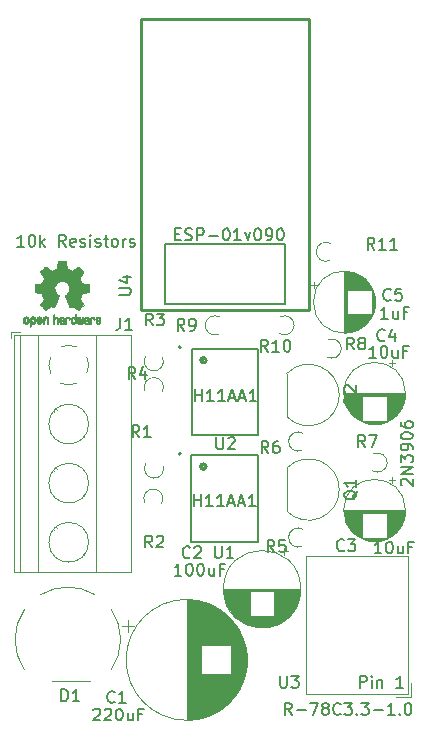
<source format=gbr>
G04 #@! TF.GenerationSoftware,KiCad,Pcbnew,(5.1.5)-3*
G04 #@! TF.CreationDate,2020-04-11T23:24:35-04:00*
G04 #@! TF.ProjectId,Doorbell,446f6f72-6265-46c6-9c2e-6b696361645f,v1*
G04 #@! TF.SameCoordinates,Original*
G04 #@! TF.FileFunction,Legend,Top*
G04 #@! TF.FilePolarity,Positive*
%FSLAX46Y46*%
G04 Gerber Fmt 4.6, Leading zero omitted, Abs format (unit mm)*
G04 Created by KiCad (PCBNEW (5.1.5)-3) date 2020-04-11 23:24:35*
%MOMM*%
%LPD*%
G04 APERTURE LIST*
%ADD10C,0.150000*%
%ADD11C,0.120000*%
%ADD12C,0.010000*%
%ADD13C,0.200000*%
%ADD14C,0.152400*%
%ADD15C,0.254000*%
G04 APERTURE END LIST*
D10*
X161565476Y-102877380D02*
X161565476Y-101877380D01*
X161946428Y-101877380D01*
X162041666Y-101925000D01*
X162089285Y-101972619D01*
X162136904Y-102067857D01*
X162136904Y-102210714D01*
X162089285Y-102305952D01*
X162041666Y-102353571D01*
X161946428Y-102401190D01*
X161565476Y-102401190D01*
X162565476Y-102877380D02*
X162565476Y-102210714D01*
X162565476Y-101877380D02*
X162517857Y-101925000D01*
X162565476Y-101972619D01*
X162613095Y-101925000D01*
X162565476Y-101877380D01*
X162565476Y-101972619D01*
X163041666Y-102210714D02*
X163041666Y-102877380D01*
X163041666Y-102305952D02*
X163089285Y-102258333D01*
X163184523Y-102210714D01*
X163327380Y-102210714D01*
X163422619Y-102258333D01*
X163470238Y-102353571D01*
X163470238Y-102877380D01*
X165232142Y-102877380D02*
X164660714Y-102877380D01*
X164946428Y-102877380D02*
X164946428Y-101877380D01*
X164851190Y-102020238D01*
X164755952Y-102115476D01*
X164660714Y-102163095D01*
X133136238Y-65539880D02*
X132564809Y-65539880D01*
X132850523Y-65539880D02*
X132850523Y-64539880D01*
X132755285Y-64682738D01*
X132660047Y-64777976D01*
X132564809Y-64825595D01*
X133755285Y-64539880D02*
X133850523Y-64539880D01*
X133945761Y-64587500D01*
X133993380Y-64635119D01*
X134041000Y-64730357D01*
X134088619Y-64920833D01*
X134088619Y-65158928D01*
X134041000Y-65349404D01*
X133993380Y-65444642D01*
X133945761Y-65492261D01*
X133850523Y-65539880D01*
X133755285Y-65539880D01*
X133660047Y-65492261D01*
X133612428Y-65444642D01*
X133564809Y-65349404D01*
X133517190Y-65158928D01*
X133517190Y-64920833D01*
X133564809Y-64730357D01*
X133612428Y-64635119D01*
X133660047Y-64587500D01*
X133755285Y-64539880D01*
X134517190Y-65539880D02*
X134517190Y-64539880D01*
X134612428Y-65158928D02*
X134898142Y-65539880D01*
X134898142Y-64873214D02*
X134517190Y-65254166D01*
X136660047Y-65539880D02*
X136326714Y-65063690D01*
X136088619Y-65539880D02*
X136088619Y-64539880D01*
X136469571Y-64539880D01*
X136564809Y-64587500D01*
X136612428Y-64635119D01*
X136660047Y-64730357D01*
X136660047Y-64873214D01*
X136612428Y-64968452D01*
X136564809Y-65016071D01*
X136469571Y-65063690D01*
X136088619Y-65063690D01*
X137469571Y-65492261D02*
X137374333Y-65539880D01*
X137183857Y-65539880D01*
X137088619Y-65492261D01*
X137041000Y-65397023D01*
X137041000Y-65016071D01*
X137088619Y-64920833D01*
X137183857Y-64873214D01*
X137374333Y-64873214D01*
X137469571Y-64920833D01*
X137517190Y-65016071D01*
X137517190Y-65111309D01*
X137041000Y-65206547D01*
X137898142Y-65492261D02*
X137993380Y-65539880D01*
X138183857Y-65539880D01*
X138279095Y-65492261D01*
X138326714Y-65397023D01*
X138326714Y-65349404D01*
X138279095Y-65254166D01*
X138183857Y-65206547D01*
X138041000Y-65206547D01*
X137945761Y-65158928D01*
X137898142Y-65063690D01*
X137898142Y-65016071D01*
X137945761Y-64920833D01*
X138041000Y-64873214D01*
X138183857Y-64873214D01*
X138279095Y-64920833D01*
X138755285Y-65539880D02*
X138755285Y-64873214D01*
X138755285Y-64539880D02*
X138707666Y-64587500D01*
X138755285Y-64635119D01*
X138802904Y-64587500D01*
X138755285Y-64539880D01*
X138755285Y-64635119D01*
X139183857Y-65492261D02*
X139279095Y-65539880D01*
X139469571Y-65539880D01*
X139564809Y-65492261D01*
X139612428Y-65397023D01*
X139612428Y-65349404D01*
X139564809Y-65254166D01*
X139469571Y-65206547D01*
X139326714Y-65206547D01*
X139231476Y-65158928D01*
X139183857Y-65063690D01*
X139183857Y-65016071D01*
X139231476Y-64920833D01*
X139326714Y-64873214D01*
X139469571Y-64873214D01*
X139564809Y-64920833D01*
X139898142Y-64873214D02*
X140279095Y-64873214D01*
X140041000Y-64539880D02*
X140041000Y-65397023D01*
X140088619Y-65492261D01*
X140183857Y-65539880D01*
X140279095Y-65539880D01*
X140755285Y-65539880D02*
X140660047Y-65492261D01*
X140612428Y-65444642D01*
X140564809Y-65349404D01*
X140564809Y-65063690D01*
X140612428Y-64968452D01*
X140660047Y-64920833D01*
X140755285Y-64873214D01*
X140898142Y-64873214D01*
X140993380Y-64920833D01*
X141041000Y-64968452D01*
X141088619Y-65063690D01*
X141088619Y-65349404D01*
X141041000Y-65444642D01*
X140993380Y-65492261D01*
X140898142Y-65539880D01*
X140755285Y-65539880D01*
X141517190Y-65539880D02*
X141517190Y-64873214D01*
X141517190Y-65063690D02*
X141564809Y-64968452D01*
X141612428Y-64920833D01*
X141707666Y-64873214D01*
X141802904Y-64873214D01*
X142088619Y-65492261D02*
X142183857Y-65539880D01*
X142374333Y-65539880D01*
X142469571Y-65492261D01*
X142517190Y-65397023D01*
X142517190Y-65349404D01*
X142469571Y-65254166D01*
X142374333Y-65206547D01*
X142231476Y-65206547D01*
X142136238Y-65158928D01*
X142088619Y-65063690D01*
X142088619Y-65016071D01*
X142136238Y-64920833D01*
X142231476Y-64873214D01*
X142374333Y-64873214D01*
X142469571Y-64920833D01*
D11*
X155387522Y-79943478D02*
G75*
G03X159826000Y-78105000I1838478J1838478D01*
G01*
X155387522Y-76266522D02*
G75*
G02X159826000Y-78105000I1838478J-1838478D01*
G01*
X155376000Y-76305000D02*
X155376000Y-79905000D01*
X155387522Y-87944478D02*
G75*
G03X159826000Y-86106000I1838478J1838478D01*
G01*
X155387522Y-84267522D02*
G75*
G02X159826000Y-86106000I1838478J-1838478D01*
G01*
X155376000Y-84306000D02*
X155376000Y-87906000D01*
X155443000Y-91346259D02*
X154813000Y-91346259D01*
X155128000Y-91031259D02*
X155128000Y-91661259D01*
X153691000Y-97772500D02*
X152887000Y-97772500D01*
X153922000Y-97732500D02*
X152656000Y-97732500D01*
X154091000Y-97692500D02*
X152487000Y-97692500D01*
X154229000Y-97652500D02*
X152349000Y-97652500D01*
X154348000Y-97612500D02*
X152230000Y-97612500D01*
X154454000Y-97572500D02*
X152124000Y-97572500D01*
X154551000Y-97532500D02*
X152027000Y-97532500D01*
X154639000Y-97492500D02*
X151939000Y-97492500D01*
X154721000Y-97452500D02*
X151857000Y-97452500D01*
X154798000Y-97412500D02*
X151780000Y-97412500D01*
X154870000Y-97372500D02*
X151708000Y-97372500D01*
X154939000Y-97332500D02*
X151639000Y-97332500D01*
X155003000Y-97292500D02*
X151575000Y-97292500D01*
X155065000Y-97252500D02*
X151513000Y-97252500D01*
X155123000Y-97212500D02*
X151455000Y-97212500D01*
X155179000Y-97172500D02*
X151399000Y-97172500D01*
X155233000Y-97132500D02*
X151345000Y-97132500D01*
X155284000Y-97092500D02*
X151294000Y-97092500D01*
X155333000Y-97052500D02*
X151245000Y-97052500D01*
X155381000Y-97012500D02*
X151197000Y-97012500D01*
X155426000Y-96972500D02*
X151152000Y-96972500D01*
X155471000Y-96932500D02*
X151107000Y-96932500D01*
X155513000Y-96892500D02*
X151065000Y-96892500D01*
X155554000Y-96852500D02*
X151024000Y-96852500D01*
X152249000Y-96812500D02*
X150984000Y-96812500D01*
X155594000Y-96812500D02*
X154329000Y-96812500D01*
X152249000Y-96772500D02*
X150946000Y-96772500D01*
X155632000Y-96772500D02*
X154329000Y-96772500D01*
X152249000Y-96732500D02*
X150909000Y-96732500D01*
X155669000Y-96732500D02*
X154329000Y-96732500D01*
X152249000Y-96692500D02*
X150873000Y-96692500D01*
X155705000Y-96692500D02*
X154329000Y-96692500D01*
X152249000Y-96652500D02*
X150839000Y-96652500D01*
X155739000Y-96652500D02*
X154329000Y-96652500D01*
X152249000Y-96612500D02*
X150805000Y-96612500D01*
X155773000Y-96612500D02*
X154329000Y-96612500D01*
X152249000Y-96572500D02*
X150773000Y-96572500D01*
X155805000Y-96572500D02*
X154329000Y-96572500D01*
X152249000Y-96532500D02*
X150741000Y-96532500D01*
X155837000Y-96532500D02*
X154329000Y-96532500D01*
X152249000Y-96492500D02*
X150711000Y-96492500D01*
X155867000Y-96492500D02*
X154329000Y-96492500D01*
X152249000Y-96452500D02*
X150682000Y-96452500D01*
X155896000Y-96452500D02*
X154329000Y-96452500D01*
X152249000Y-96412500D02*
X150653000Y-96412500D01*
X155925000Y-96412500D02*
X154329000Y-96412500D01*
X152249000Y-96372500D02*
X150625000Y-96372500D01*
X155953000Y-96372500D02*
X154329000Y-96372500D01*
X152249000Y-96332500D02*
X150599000Y-96332500D01*
X155979000Y-96332500D02*
X154329000Y-96332500D01*
X152249000Y-96292500D02*
X150573000Y-96292500D01*
X156005000Y-96292500D02*
X154329000Y-96292500D01*
X152249000Y-96252500D02*
X150547000Y-96252500D01*
X156031000Y-96252500D02*
X154329000Y-96252500D01*
X152249000Y-96212500D02*
X150523000Y-96212500D01*
X156055000Y-96212500D02*
X154329000Y-96212500D01*
X152249000Y-96172500D02*
X150499000Y-96172500D01*
X156079000Y-96172500D02*
X154329000Y-96172500D01*
X152249000Y-96132500D02*
X150477000Y-96132500D01*
X156101000Y-96132500D02*
X154329000Y-96132500D01*
X152249000Y-96092500D02*
X150455000Y-96092500D01*
X156123000Y-96092500D02*
X154329000Y-96092500D01*
X152249000Y-96052500D02*
X150433000Y-96052500D01*
X156145000Y-96052500D02*
X154329000Y-96052500D01*
X152249000Y-96012500D02*
X150413000Y-96012500D01*
X156165000Y-96012500D02*
X154329000Y-96012500D01*
X152249000Y-95972500D02*
X150393000Y-95972500D01*
X156185000Y-95972500D02*
X154329000Y-95972500D01*
X152249000Y-95932500D02*
X150373000Y-95932500D01*
X156205000Y-95932500D02*
X154329000Y-95932500D01*
X152249000Y-95892500D02*
X150355000Y-95892500D01*
X156223000Y-95892500D02*
X154329000Y-95892500D01*
X152249000Y-95852500D02*
X150337000Y-95852500D01*
X156241000Y-95852500D02*
X154329000Y-95852500D01*
X152249000Y-95812500D02*
X150319000Y-95812500D01*
X156259000Y-95812500D02*
X154329000Y-95812500D01*
X152249000Y-95772500D02*
X150303000Y-95772500D01*
X156275000Y-95772500D02*
X154329000Y-95772500D01*
X152249000Y-95732500D02*
X150287000Y-95732500D01*
X156291000Y-95732500D02*
X154329000Y-95732500D01*
X152249000Y-95692500D02*
X150271000Y-95692500D01*
X156307000Y-95692500D02*
X154329000Y-95692500D01*
X152249000Y-95652500D02*
X150256000Y-95652500D01*
X156322000Y-95652500D02*
X154329000Y-95652500D01*
X152249000Y-95612500D02*
X150242000Y-95612500D01*
X156336000Y-95612500D02*
X154329000Y-95612500D01*
X152249000Y-95572500D02*
X150228000Y-95572500D01*
X156350000Y-95572500D02*
X154329000Y-95572500D01*
X152249000Y-95532500D02*
X150215000Y-95532500D01*
X156363000Y-95532500D02*
X154329000Y-95532500D01*
X152249000Y-95492500D02*
X150203000Y-95492500D01*
X156375000Y-95492500D02*
X154329000Y-95492500D01*
X152249000Y-95452500D02*
X150191000Y-95452500D01*
X156387000Y-95452500D02*
X154329000Y-95452500D01*
X152249000Y-95412500D02*
X150179000Y-95412500D01*
X156399000Y-95412500D02*
X154329000Y-95412500D01*
X152249000Y-95372500D02*
X150168000Y-95372500D01*
X156410000Y-95372500D02*
X154329000Y-95372500D01*
X152249000Y-95332500D02*
X150158000Y-95332500D01*
X156420000Y-95332500D02*
X154329000Y-95332500D01*
X152249000Y-95292500D02*
X150148000Y-95292500D01*
X156430000Y-95292500D02*
X154329000Y-95292500D01*
X152249000Y-95252500D02*
X150139000Y-95252500D01*
X156439000Y-95252500D02*
X154329000Y-95252500D01*
X152249000Y-95211500D02*
X150130000Y-95211500D01*
X156448000Y-95211500D02*
X154329000Y-95211500D01*
X152249000Y-95171500D02*
X150122000Y-95171500D01*
X156456000Y-95171500D02*
X154329000Y-95171500D01*
X152249000Y-95131500D02*
X150114000Y-95131500D01*
X156464000Y-95131500D02*
X154329000Y-95131500D01*
X152249000Y-95091500D02*
X150107000Y-95091500D01*
X156471000Y-95091500D02*
X154329000Y-95091500D01*
X152249000Y-95051500D02*
X150100000Y-95051500D01*
X156478000Y-95051500D02*
X154329000Y-95051500D01*
X152249000Y-95011500D02*
X150094000Y-95011500D01*
X156484000Y-95011500D02*
X154329000Y-95011500D01*
X152249000Y-94971500D02*
X150088000Y-94971500D01*
X156490000Y-94971500D02*
X154329000Y-94971500D01*
X152249000Y-94931500D02*
X150083000Y-94931500D01*
X156495000Y-94931500D02*
X154329000Y-94931500D01*
X152249000Y-94891500D02*
X150078000Y-94891500D01*
X156500000Y-94891500D02*
X154329000Y-94891500D01*
X152249000Y-94851500D02*
X150074000Y-94851500D01*
X156504000Y-94851500D02*
X154329000Y-94851500D01*
X152249000Y-94811500D02*
X150071000Y-94811500D01*
X156507000Y-94811500D02*
X154329000Y-94811500D01*
X152249000Y-94771500D02*
X150067000Y-94771500D01*
X156511000Y-94771500D02*
X154329000Y-94771500D01*
X156513000Y-94731500D02*
X150065000Y-94731500D01*
X156516000Y-94691500D02*
X150062000Y-94691500D01*
X156517000Y-94651500D02*
X150061000Y-94651500D01*
X156519000Y-94611500D02*
X150059000Y-94611500D01*
X156519000Y-94571500D02*
X150059000Y-94571500D01*
X156519000Y-94531500D02*
X150059000Y-94531500D01*
X156559000Y-94531500D02*
G75*
G03X156559000Y-94531500I-3270000J0D01*
G01*
X141919354Y-97145500D02*
X141919354Y-98145500D01*
X141419354Y-97645500D02*
X142419354Y-97645500D01*
X151980000Y-99921500D02*
X151980000Y-101119500D01*
X151940000Y-99658500D02*
X151940000Y-101382500D01*
X151900000Y-99458500D02*
X151900000Y-101582500D01*
X151860000Y-99290500D02*
X151860000Y-101750500D01*
X151820000Y-99142500D02*
X151820000Y-101898500D01*
X151780000Y-99010500D02*
X151780000Y-102030500D01*
X151740000Y-98890500D02*
X151740000Y-102150500D01*
X151700000Y-98778500D02*
X151700000Y-102262500D01*
X151660000Y-98674500D02*
X151660000Y-102366500D01*
X151620000Y-98576500D02*
X151620000Y-102464500D01*
X151580000Y-98483500D02*
X151580000Y-102557500D01*
X151540000Y-98395500D02*
X151540000Y-102645500D01*
X151500000Y-98311500D02*
X151500000Y-102729500D01*
X151460000Y-98231500D02*
X151460000Y-102809500D01*
X151420000Y-98155500D02*
X151420000Y-102885500D01*
X151380000Y-98081500D02*
X151380000Y-102959500D01*
X151340000Y-98010500D02*
X151340000Y-103030500D01*
X151300000Y-97941500D02*
X151300000Y-103099500D01*
X151260000Y-97875500D02*
X151260000Y-103165500D01*
X151220000Y-97811500D02*
X151220000Y-103229500D01*
X151180000Y-97750500D02*
X151180000Y-103290500D01*
X151140000Y-97690500D02*
X151140000Y-103350500D01*
X151100000Y-97631500D02*
X151100000Y-103409500D01*
X151060000Y-97575500D02*
X151060000Y-103465500D01*
X151020000Y-97520500D02*
X151020000Y-103520500D01*
X150980000Y-97466500D02*
X150980000Y-103574500D01*
X150940000Y-97414500D02*
X150940000Y-103626500D01*
X150900000Y-97364500D02*
X150900000Y-103676500D01*
X150860000Y-97314500D02*
X150860000Y-103726500D01*
X150820000Y-97266500D02*
X150820000Y-103774500D01*
X150780000Y-97219500D02*
X150780000Y-103821500D01*
X150740000Y-97173500D02*
X150740000Y-103867500D01*
X150700000Y-97128500D02*
X150700000Y-103912500D01*
X150660000Y-97084500D02*
X150660000Y-103956500D01*
X150620000Y-101761500D02*
X150620000Y-103998500D01*
X150620000Y-97042500D02*
X150620000Y-99279500D01*
X150580000Y-101761500D02*
X150580000Y-104040500D01*
X150580000Y-97000500D02*
X150580000Y-99279500D01*
X150540000Y-101761500D02*
X150540000Y-104081500D01*
X150540000Y-96959500D02*
X150540000Y-99279500D01*
X150500000Y-101761500D02*
X150500000Y-104121500D01*
X150500000Y-96919500D02*
X150500000Y-99279500D01*
X150460000Y-101761500D02*
X150460000Y-104160500D01*
X150460000Y-96880500D02*
X150460000Y-99279500D01*
X150420000Y-101761500D02*
X150420000Y-104199500D01*
X150420000Y-96841500D02*
X150420000Y-99279500D01*
X150380000Y-101761500D02*
X150380000Y-104236500D01*
X150380000Y-96804500D02*
X150380000Y-99279500D01*
X150340000Y-101761500D02*
X150340000Y-104273500D01*
X150340000Y-96767500D02*
X150340000Y-99279500D01*
X150300000Y-101761500D02*
X150300000Y-104309500D01*
X150300000Y-96731500D02*
X150300000Y-99279500D01*
X150260000Y-101761500D02*
X150260000Y-104344500D01*
X150260000Y-96696500D02*
X150260000Y-99279500D01*
X150220000Y-101761500D02*
X150220000Y-104378500D01*
X150220000Y-96662500D02*
X150220000Y-99279500D01*
X150180000Y-101761500D02*
X150180000Y-104412500D01*
X150180000Y-96628500D02*
X150180000Y-99279500D01*
X150140000Y-101761500D02*
X150140000Y-104445500D01*
X150140000Y-96595500D02*
X150140000Y-99279500D01*
X150100000Y-101761500D02*
X150100000Y-104477500D01*
X150100000Y-96563500D02*
X150100000Y-99279500D01*
X150060000Y-101761500D02*
X150060000Y-104509500D01*
X150060000Y-96531500D02*
X150060000Y-99279500D01*
X150020000Y-101761500D02*
X150020000Y-104540500D01*
X150020000Y-96500500D02*
X150020000Y-99279500D01*
X149980000Y-101761500D02*
X149980000Y-104570500D01*
X149980000Y-96470500D02*
X149980000Y-99279500D01*
X149940000Y-101761500D02*
X149940000Y-104600500D01*
X149940000Y-96440500D02*
X149940000Y-99279500D01*
X149900000Y-101761500D02*
X149900000Y-104630500D01*
X149900000Y-96410500D02*
X149900000Y-99279500D01*
X149860000Y-101761500D02*
X149860000Y-104658500D01*
X149860000Y-96382500D02*
X149860000Y-99279500D01*
X149820000Y-101761500D02*
X149820000Y-104686500D01*
X149820000Y-96354500D02*
X149820000Y-99279500D01*
X149780000Y-101761500D02*
X149780000Y-104714500D01*
X149780000Y-96326500D02*
X149780000Y-99279500D01*
X149740000Y-101761500D02*
X149740000Y-104741500D01*
X149740000Y-96299500D02*
X149740000Y-99279500D01*
X149700000Y-101761500D02*
X149700000Y-104767500D01*
X149700000Y-96273500D02*
X149700000Y-99279500D01*
X149660000Y-101761500D02*
X149660000Y-104793500D01*
X149660000Y-96247500D02*
X149660000Y-99279500D01*
X149620000Y-101761500D02*
X149620000Y-104818500D01*
X149620000Y-96222500D02*
X149620000Y-99279500D01*
X149580000Y-101761500D02*
X149580000Y-104843500D01*
X149580000Y-96197500D02*
X149580000Y-99279500D01*
X149540000Y-101761500D02*
X149540000Y-104867500D01*
X149540000Y-96173500D02*
X149540000Y-99279500D01*
X149500000Y-101761500D02*
X149500000Y-104891500D01*
X149500000Y-96149500D02*
X149500000Y-99279500D01*
X149460000Y-101761500D02*
X149460000Y-104915500D01*
X149460000Y-96125500D02*
X149460000Y-99279500D01*
X149420000Y-101761500D02*
X149420000Y-104937500D01*
X149420000Y-96103500D02*
X149420000Y-99279500D01*
X149380000Y-101761500D02*
X149380000Y-104960500D01*
X149380000Y-96080500D02*
X149380000Y-99279500D01*
X149340000Y-101761500D02*
X149340000Y-104982500D01*
X149340000Y-96058500D02*
X149340000Y-99279500D01*
X149300000Y-101761500D02*
X149300000Y-105003500D01*
X149300000Y-96037500D02*
X149300000Y-99279500D01*
X149260000Y-101761500D02*
X149260000Y-105024500D01*
X149260000Y-96016500D02*
X149260000Y-99279500D01*
X149220000Y-101761500D02*
X149220000Y-105045500D01*
X149220000Y-95995500D02*
X149220000Y-99279500D01*
X149180000Y-101761500D02*
X149180000Y-105065500D01*
X149180000Y-95975500D02*
X149180000Y-99279500D01*
X149140000Y-101761500D02*
X149140000Y-105084500D01*
X149140000Y-95956500D02*
X149140000Y-99279500D01*
X149100000Y-101761500D02*
X149100000Y-105104500D01*
X149100000Y-95936500D02*
X149100000Y-99279500D01*
X149060000Y-101761500D02*
X149060000Y-105123500D01*
X149060000Y-95917500D02*
X149060000Y-99279500D01*
X149020000Y-101761500D02*
X149020000Y-105141500D01*
X149020000Y-95899500D02*
X149020000Y-99279500D01*
X148980000Y-101761500D02*
X148980000Y-105159500D01*
X148980000Y-95881500D02*
X148980000Y-99279500D01*
X148940000Y-101761500D02*
X148940000Y-105177500D01*
X148940000Y-95863500D02*
X148940000Y-99279500D01*
X148900000Y-101761500D02*
X148900000Y-105194500D01*
X148900000Y-95846500D02*
X148900000Y-99279500D01*
X148860000Y-101761500D02*
X148860000Y-105210500D01*
X148860000Y-95830500D02*
X148860000Y-99279500D01*
X148820000Y-101761500D02*
X148820000Y-105227500D01*
X148820000Y-95813500D02*
X148820000Y-99279500D01*
X148780000Y-101761500D02*
X148780000Y-105243500D01*
X148780000Y-95797500D02*
X148780000Y-99279500D01*
X148740000Y-101761500D02*
X148740000Y-105258500D01*
X148740000Y-95782500D02*
X148740000Y-99279500D01*
X148700000Y-101761500D02*
X148700000Y-105274500D01*
X148700000Y-95766500D02*
X148700000Y-99279500D01*
X148660000Y-101761500D02*
X148660000Y-105288500D01*
X148660000Y-95752500D02*
X148660000Y-99279500D01*
X148620000Y-101761500D02*
X148620000Y-105303500D01*
X148620000Y-95737500D02*
X148620000Y-99279500D01*
X148580000Y-101761500D02*
X148580000Y-105317500D01*
X148580000Y-95723500D02*
X148580000Y-99279500D01*
X148540000Y-101761500D02*
X148540000Y-105331500D01*
X148540000Y-95709500D02*
X148540000Y-99279500D01*
X148500000Y-101761500D02*
X148500000Y-105344500D01*
X148500000Y-95696500D02*
X148500000Y-99279500D01*
X148460000Y-101761500D02*
X148460000Y-105357500D01*
X148460000Y-95683500D02*
X148460000Y-99279500D01*
X148420000Y-101761500D02*
X148420000Y-105370500D01*
X148420000Y-95670500D02*
X148420000Y-99279500D01*
X148380000Y-101761500D02*
X148380000Y-105382500D01*
X148380000Y-95658500D02*
X148380000Y-99279500D01*
X148340000Y-101761500D02*
X148340000Y-105394500D01*
X148340000Y-95646500D02*
X148340000Y-99279500D01*
X148300000Y-101761500D02*
X148300000Y-105405500D01*
X148300000Y-95635500D02*
X148300000Y-99279500D01*
X148260000Y-101761500D02*
X148260000Y-105417500D01*
X148260000Y-95623500D02*
X148260000Y-99279500D01*
X148220000Y-101761500D02*
X148220000Y-105427500D01*
X148220000Y-95613500D02*
X148220000Y-99279500D01*
X148180000Y-101761500D02*
X148180000Y-105438500D01*
X148180000Y-95602500D02*
X148180000Y-99279500D01*
X148140000Y-95592500D02*
X148140000Y-105448500D01*
X148100000Y-95582500D02*
X148100000Y-105458500D01*
X148060000Y-95573500D02*
X148060000Y-105467500D01*
X148020000Y-95564500D02*
X148020000Y-105476500D01*
X147980000Y-95555500D02*
X147980000Y-105485500D01*
X147940000Y-95546500D02*
X147940000Y-105494500D01*
X147900000Y-95538500D02*
X147900000Y-105502500D01*
X147860000Y-95530500D02*
X147860000Y-105510500D01*
X147820000Y-95523500D02*
X147820000Y-105517500D01*
X147780000Y-95516500D02*
X147780000Y-105524500D01*
X147740000Y-95509500D02*
X147740000Y-105531500D01*
X147700000Y-95502500D02*
X147700000Y-105538500D01*
X147660000Y-95496500D02*
X147660000Y-105544500D01*
X147620000Y-95490500D02*
X147620000Y-105550500D01*
X147579000Y-95485500D02*
X147579000Y-105555500D01*
X147539000Y-95480500D02*
X147539000Y-105560500D01*
X147499000Y-95475500D02*
X147499000Y-105565500D01*
X147459000Y-95470500D02*
X147459000Y-105570500D01*
X147419000Y-95466500D02*
X147419000Y-105574500D01*
X147379000Y-95462500D02*
X147379000Y-105578500D01*
X147339000Y-95458500D02*
X147339000Y-105582500D01*
X147299000Y-95455500D02*
X147299000Y-105585500D01*
X147259000Y-95452500D02*
X147259000Y-105588500D01*
X147219000Y-95450500D02*
X147219000Y-105590500D01*
X147179000Y-95447500D02*
X147179000Y-105593500D01*
X147139000Y-95445500D02*
X147139000Y-105595500D01*
X147099000Y-95443500D02*
X147099000Y-105597500D01*
X147059000Y-95442500D02*
X147059000Y-105598500D01*
X147019000Y-95441500D02*
X147019000Y-105599500D01*
X146979000Y-95440500D02*
X146979000Y-105600500D01*
X146939000Y-95440500D02*
X146939000Y-105600500D01*
X146899000Y-95440500D02*
X146899000Y-105600500D01*
X152019000Y-100520500D02*
G75*
G03X152019000Y-100520500I-5120000J0D01*
G01*
D12*
G36*
X136438410Y-66774848D02*
G01*
X136516954Y-66775278D01*
X136573798Y-66776442D01*
X136612605Y-66778707D01*
X136637038Y-66782440D01*
X136650762Y-66788006D01*
X136657440Y-66795773D01*
X136660736Y-66806105D01*
X136661056Y-66807443D01*
X136666062Y-66831579D01*
X136675329Y-66879201D01*
X136687892Y-66945241D01*
X136702787Y-67024628D01*
X136719051Y-67112296D01*
X136719619Y-67115375D01*
X136735910Y-67201289D01*
X136751152Y-67277196D01*
X136764361Y-67338545D01*
X136774554Y-67380782D01*
X136780748Y-67399355D01*
X136781043Y-67399684D01*
X136799288Y-67408753D01*
X136836905Y-67423867D01*
X136885771Y-67441762D01*
X136886043Y-67441858D01*
X136947593Y-67464993D01*
X137020157Y-67494465D01*
X137088557Y-67524097D01*
X137091794Y-67525562D01*
X137203202Y-67576126D01*
X137449899Y-67407660D01*
X137525577Y-67356303D01*
X137594131Y-67310389D01*
X137651588Y-67272530D01*
X137693976Y-67245337D01*
X137717325Y-67231421D01*
X137719542Y-67230389D01*
X137736510Y-67234984D01*
X137768201Y-67257155D01*
X137815852Y-67297947D01*
X137880698Y-67358405D01*
X137946897Y-67422727D01*
X138010714Y-67486112D01*
X138067829Y-67543951D01*
X138114805Y-67592675D01*
X138148203Y-67628710D01*
X138164585Y-67648484D01*
X138165194Y-67649502D01*
X138167005Y-67663072D01*
X138160183Y-67685233D01*
X138143040Y-67718978D01*
X138113893Y-67767300D01*
X138071055Y-67833192D01*
X138013948Y-67918017D01*
X137963266Y-67992677D01*
X137917961Y-68059640D01*
X137880650Y-68115016D01*
X137853952Y-68154920D01*
X137840485Y-68175462D01*
X137839637Y-68176856D01*
X137841281Y-68196538D01*
X137853745Y-68234793D01*
X137874548Y-68284389D01*
X137881962Y-68300228D01*
X137914314Y-68370790D01*
X137948828Y-68450853D01*
X137976865Y-68520129D01*
X137997068Y-68571545D01*
X138013115Y-68610619D01*
X138022388Y-68631041D01*
X138023541Y-68632614D01*
X138040596Y-68635221D01*
X138080798Y-68642363D01*
X138138802Y-68653023D01*
X138209263Y-68666185D01*
X138286835Y-68680833D01*
X138366172Y-68695949D01*
X138441931Y-68710518D01*
X138508764Y-68723522D01*
X138561328Y-68733945D01*
X138594276Y-68740770D01*
X138602357Y-68742699D01*
X138610705Y-68747462D01*
X138617006Y-68758218D01*
X138621545Y-68778598D01*
X138624604Y-68812234D01*
X138626467Y-68862755D01*
X138627418Y-68933792D01*
X138627740Y-69028976D01*
X138627757Y-69067992D01*
X138627757Y-69385299D01*
X138551557Y-69400339D01*
X138509163Y-69408495D01*
X138445900Y-69420399D01*
X138369462Y-69434616D01*
X138287543Y-69449710D01*
X138264900Y-69453855D01*
X138189306Y-69468553D01*
X138123453Y-69483005D01*
X138072866Y-69495875D01*
X138043074Y-69505822D01*
X138038112Y-69508787D01*
X138025926Y-69529783D01*
X138008453Y-69570467D01*
X137989077Y-69622822D01*
X137985234Y-69634100D01*
X137959839Y-69704023D01*
X137928317Y-69782918D01*
X137897469Y-69853766D01*
X137897317Y-69854095D01*
X137845947Y-69965233D01*
X138014899Y-70213753D01*
X138183852Y-70462272D01*
X137966929Y-70679558D01*
X137901319Y-70744226D01*
X137841479Y-70801233D01*
X137790767Y-70847533D01*
X137752546Y-70880084D01*
X137730175Y-70895843D01*
X137726966Y-70896843D01*
X137708126Y-70888969D01*
X137669680Y-70867078D01*
X137615830Y-70833767D01*
X137550776Y-70791631D01*
X137480440Y-70744443D01*
X137409055Y-70696310D01*
X137345408Y-70654428D01*
X137293541Y-70621371D01*
X137257495Y-70599718D01*
X137241367Y-70592043D01*
X137221689Y-70598537D01*
X137184375Y-70615650D01*
X137137121Y-70639826D01*
X137132112Y-70642513D01*
X137068477Y-70674427D01*
X137024841Y-70690079D01*
X136997702Y-70690245D01*
X136983557Y-70675704D01*
X136983475Y-70675500D01*
X136976405Y-70658279D01*
X136959542Y-70617399D01*
X136934195Y-70556025D01*
X136901671Y-70477319D01*
X136863278Y-70384447D01*
X136820322Y-70280572D01*
X136778722Y-70180002D01*
X136733004Y-70069016D01*
X136691026Y-69966203D01*
X136654048Y-69874715D01*
X136623327Y-69797701D01*
X136600122Y-69738315D01*
X136585690Y-69699709D01*
X136581243Y-69685300D01*
X136592396Y-69668772D01*
X136621569Y-69642430D01*
X136660471Y-69613387D01*
X136771257Y-69521539D01*
X136857851Y-69416259D01*
X136919216Y-69299766D01*
X136954315Y-69174276D01*
X136962108Y-69042007D01*
X136956443Y-68980957D01*
X136925578Y-68854295D01*
X136872420Y-68742441D01*
X136800267Y-68646501D01*
X136712417Y-68567576D01*
X136612165Y-68506770D01*
X136502810Y-68465187D01*
X136387647Y-68443928D01*
X136269975Y-68444099D01*
X136153090Y-68466801D01*
X136040289Y-68513138D01*
X135934869Y-68584213D01*
X135890868Y-68624411D01*
X135806479Y-68727629D01*
X135747722Y-68840425D01*
X135714204Y-68959510D01*
X135705535Y-69081595D01*
X135721323Y-69203393D01*
X135761178Y-69321616D01*
X135824707Y-69432975D01*
X135911521Y-69534184D01*
X136008529Y-69613387D01*
X136048937Y-69643662D01*
X136077482Y-69669719D01*
X136087757Y-69685325D01*
X136082377Y-69702343D01*
X136067075Y-69743000D01*
X136043112Y-69804142D01*
X136011744Y-69882619D01*
X135974232Y-69975280D01*
X135931833Y-70078972D01*
X135890163Y-70180026D01*
X135844190Y-70291107D01*
X135801607Y-70394041D01*
X135763721Y-70485665D01*
X135731840Y-70562816D01*
X135707271Y-70622331D01*
X135691320Y-70661044D01*
X135685410Y-70675500D01*
X135671448Y-70690185D01*
X135644440Y-70690142D01*
X135600913Y-70674599D01*
X135537390Y-70642784D01*
X135536888Y-70642513D01*
X135489060Y-70617823D01*
X135450397Y-70599838D01*
X135428595Y-70592114D01*
X135427633Y-70592043D01*
X135411221Y-70599878D01*
X135374987Y-70621665D01*
X135322974Y-70654828D01*
X135259225Y-70696791D01*
X135188560Y-70744443D01*
X135116616Y-70792691D01*
X135051774Y-70834651D01*
X134998235Y-70867727D01*
X134960197Y-70889321D01*
X134942033Y-70896843D01*
X134925308Y-70886957D01*
X134891680Y-70859326D01*
X134844510Y-70816995D01*
X134787158Y-70763005D01*
X134722984Y-70700399D01*
X134701997Y-70679483D01*
X134484999Y-70462123D01*
X134650168Y-70219720D01*
X134700364Y-70145281D01*
X134744419Y-70078472D01*
X134779862Y-70023165D01*
X134804219Y-69983229D01*
X134815022Y-69962536D01*
X134815338Y-69961063D01*
X134809643Y-69941558D01*
X134794326Y-69902322D01*
X134772037Y-69849930D01*
X134756393Y-69814855D01*
X134727141Y-69747701D01*
X134699594Y-69679858D01*
X134678237Y-69622534D01*
X134672435Y-69605072D01*
X134655952Y-69558438D01*
X134639840Y-69522405D01*
X134630990Y-69508787D01*
X134611460Y-69500452D01*
X134568834Y-69488637D01*
X134508645Y-69474681D01*
X134436422Y-69459922D01*
X134404100Y-69453855D01*
X134322022Y-69438773D01*
X134243295Y-69424169D01*
X134175609Y-69411480D01*
X134126660Y-69402142D01*
X134117443Y-69400339D01*
X134041243Y-69385299D01*
X134041243Y-69067992D01*
X134041414Y-68963654D01*
X134042116Y-68884713D01*
X134043634Y-68827538D01*
X134046249Y-68788499D01*
X134050246Y-68763965D01*
X134055909Y-68750305D01*
X134063520Y-68743889D01*
X134066643Y-68742699D01*
X134085478Y-68738480D01*
X134127088Y-68730062D01*
X134186130Y-68718461D01*
X134257257Y-68704695D01*
X134335125Y-68689780D01*
X134414387Y-68674732D01*
X134489698Y-68660569D01*
X134555713Y-68648306D01*
X134607087Y-68638961D01*
X134638475Y-68633550D01*
X134645459Y-68632614D01*
X134651785Y-68620096D01*
X134665790Y-68586746D01*
X134684855Y-68538877D01*
X134692134Y-68520129D01*
X134721496Y-68447695D01*
X134756071Y-68367670D01*
X134787037Y-68300228D01*
X134809823Y-68248659D01*
X134824982Y-68206285D01*
X134830042Y-68180334D01*
X134829236Y-68176856D01*
X134818541Y-68160436D01*
X134794120Y-68123917D01*
X134758595Y-68071187D01*
X134714587Y-68006135D01*
X134664717Y-67932651D01*
X134654856Y-67918145D01*
X134596992Y-67832204D01*
X134554456Y-67766761D01*
X134525554Y-67718804D01*
X134508590Y-67685320D01*
X134501867Y-67663295D01*
X134503690Y-67649717D01*
X134503736Y-67649631D01*
X134518086Y-67631797D01*
X134549823Y-67597317D01*
X134595510Y-67549768D01*
X134651704Y-67492722D01*
X134714968Y-67429755D01*
X134722102Y-67422727D01*
X134801830Y-67345520D01*
X134863357Y-67288830D01*
X134907921Y-67251610D01*
X134936757Y-67232815D01*
X134949458Y-67230389D01*
X134967994Y-67240971D01*
X135006461Y-67265416D01*
X135060886Y-67301112D01*
X135127298Y-67345447D01*
X135201725Y-67395811D01*
X135219101Y-67407660D01*
X135465797Y-67576126D01*
X135577206Y-67525562D01*
X135644957Y-67496095D01*
X135717683Y-67466459D01*
X135780203Y-67442830D01*
X135782957Y-67441858D01*
X135831860Y-67423957D01*
X135869557Y-67408820D01*
X135887925Y-67399710D01*
X135887956Y-67399684D01*
X135893785Y-67383217D01*
X135903692Y-67342719D01*
X135916695Y-67282742D01*
X135931809Y-67207840D01*
X135948052Y-67122564D01*
X135949381Y-67115375D01*
X135965675Y-67027514D01*
X135980633Y-66947760D01*
X135993291Y-66881181D01*
X136002686Y-66832847D01*
X136007854Y-66807825D01*
X136007944Y-66807443D01*
X136011089Y-66796799D01*
X136017204Y-66788762D01*
X136029953Y-66782967D01*
X136053000Y-66779047D01*
X136090009Y-66776635D01*
X136144644Y-66775365D01*
X136220567Y-66774871D01*
X136321444Y-66774786D01*
X136334500Y-66774786D01*
X136438410Y-66774848D01*
G37*
X136438410Y-66774848D02*
X136516954Y-66775278D01*
X136573798Y-66776442D01*
X136612605Y-66778707D01*
X136637038Y-66782440D01*
X136650762Y-66788006D01*
X136657440Y-66795773D01*
X136660736Y-66806105D01*
X136661056Y-66807443D01*
X136666062Y-66831579D01*
X136675329Y-66879201D01*
X136687892Y-66945241D01*
X136702787Y-67024628D01*
X136719051Y-67112296D01*
X136719619Y-67115375D01*
X136735910Y-67201289D01*
X136751152Y-67277196D01*
X136764361Y-67338545D01*
X136774554Y-67380782D01*
X136780748Y-67399355D01*
X136781043Y-67399684D01*
X136799288Y-67408753D01*
X136836905Y-67423867D01*
X136885771Y-67441762D01*
X136886043Y-67441858D01*
X136947593Y-67464993D01*
X137020157Y-67494465D01*
X137088557Y-67524097D01*
X137091794Y-67525562D01*
X137203202Y-67576126D01*
X137449899Y-67407660D01*
X137525577Y-67356303D01*
X137594131Y-67310389D01*
X137651588Y-67272530D01*
X137693976Y-67245337D01*
X137717325Y-67231421D01*
X137719542Y-67230389D01*
X137736510Y-67234984D01*
X137768201Y-67257155D01*
X137815852Y-67297947D01*
X137880698Y-67358405D01*
X137946897Y-67422727D01*
X138010714Y-67486112D01*
X138067829Y-67543951D01*
X138114805Y-67592675D01*
X138148203Y-67628710D01*
X138164585Y-67648484D01*
X138165194Y-67649502D01*
X138167005Y-67663072D01*
X138160183Y-67685233D01*
X138143040Y-67718978D01*
X138113893Y-67767300D01*
X138071055Y-67833192D01*
X138013948Y-67918017D01*
X137963266Y-67992677D01*
X137917961Y-68059640D01*
X137880650Y-68115016D01*
X137853952Y-68154920D01*
X137840485Y-68175462D01*
X137839637Y-68176856D01*
X137841281Y-68196538D01*
X137853745Y-68234793D01*
X137874548Y-68284389D01*
X137881962Y-68300228D01*
X137914314Y-68370790D01*
X137948828Y-68450853D01*
X137976865Y-68520129D01*
X137997068Y-68571545D01*
X138013115Y-68610619D01*
X138022388Y-68631041D01*
X138023541Y-68632614D01*
X138040596Y-68635221D01*
X138080798Y-68642363D01*
X138138802Y-68653023D01*
X138209263Y-68666185D01*
X138286835Y-68680833D01*
X138366172Y-68695949D01*
X138441931Y-68710518D01*
X138508764Y-68723522D01*
X138561328Y-68733945D01*
X138594276Y-68740770D01*
X138602357Y-68742699D01*
X138610705Y-68747462D01*
X138617006Y-68758218D01*
X138621545Y-68778598D01*
X138624604Y-68812234D01*
X138626467Y-68862755D01*
X138627418Y-68933792D01*
X138627740Y-69028976D01*
X138627757Y-69067992D01*
X138627757Y-69385299D01*
X138551557Y-69400339D01*
X138509163Y-69408495D01*
X138445900Y-69420399D01*
X138369462Y-69434616D01*
X138287543Y-69449710D01*
X138264900Y-69453855D01*
X138189306Y-69468553D01*
X138123453Y-69483005D01*
X138072866Y-69495875D01*
X138043074Y-69505822D01*
X138038112Y-69508787D01*
X138025926Y-69529783D01*
X138008453Y-69570467D01*
X137989077Y-69622822D01*
X137985234Y-69634100D01*
X137959839Y-69704023D01*
X137928317Y-69782918D01*
X137897469Y-69853766D01*
X137897317Y-69854095D01*
X137845947Y-69965233D01*
X138014899Y-70213753D01*
X138183852Y-70462272D01*
X137966929Y-70679558D01*
X137901319Y-70744226D01*
X137841479Y-70801233D01*
X137790767Y-70847533D01*
X137752546Y-70880084D01*
X137730175Y-70895843D01*
X137726966Y-70896843D01*
X137708126Y-70888969D01*
X137669680Y-70867078D01*
X137615830Y-70833767D01*
X137550776Y-70791631D01*
X137480440Y-70744443D01*
X137409055Y-70696310D01*
X137345408Y-70654428D01*
X137293541Y-70621371D01*
X137257495Y-70599718D01*
X137241367Y-70592043D01*
X137221689Y-70598537D01*
X137184375Y-70615650D01*
X137137121Y-70639826D01*
X137132112Y-70642513D01*
X137068477Y-70674427D01*
X137024841Y-70690079D01*
X136997702Y-70690245D01*
X136983557Y-70675704D01*
X136983475Y-70675500D01*
X136976405Y-70658279D01*
X136959542Y-70617399D01*
X136934195Y-70556025D01*
X136901671Y-70477319D01*
X136863278Y-70384447D01*
X136820322Y-70280572D01*
X136778722Y-70180002D01*
X136733004Y-70069016D01*
X136691026Y-69966203D01*
X136654048Y-69874715D01*
X136623327Y-69797701D01*
X136600122Y-69738315D01*
X136585690Y-69699709D01*
X136581243Y-69685300D01*
X136592396Y-69668772D01*
X136621569Y-69642430D01*
X136660471Y-69613387D01*
X136771257Y-69521539D01*
X136857851Y-69416259D01*
X136919216Y-69299766D01*
X136954315Y-69174276D01*
X136962108Y-69042007D01*
X136956443Y-68980957D01*
X136925578Y-68854295D01*
X136872420Y-68742441D01*
X136800267Y-68646501D01*
X136712417Y-68567576D01*
X136612165Y-68506770D01*
X136502810Y-68465187D01*
X136387647Y-68443928D01*
X136269975Y-68444099D01*
X136153090Y-68466801D01*
X136040289Y-68513138D01*
X135934869Y-68584213D01*
X135890868Y-68624411D01*
X135806479Y-68727629D01*
X135747722Y-68840425D01*
X135714204Y-68959510D01*
X135705535Y-69081595D01*
X135721323Y-69203393D01*
X135761178Y-69321616D01*
X135824707Y-69432975D01*
X135911521Y-69534184D01*
X136008529Y-69613387D01*
X136048937Y-69643662D01*
X136077482Y-69669719D01*
X136087757Y-69685325D01*
X136082377Y-69702343D01*
X136067075Y-69743000D01*
X136043112Y-69804142D01*
X136011744Y-69882619D01*
X135974232Y-69975280D01*
X135931833Y-70078972D01*
X135890163Y-70180026D01*
X135844190Y-70291107D01*
X135801607Y-70394041D01*
X135763721Y-70485665D01*
X135731840Y-70562816D01*
X135707271Y-70622331D01*
X135691320Y-70661044D01*
X135685410Y-70675500D01*
X135671448Y-70690185D01*
X135644440Y-70690142D01*
X135600913Y-70674599D01*
X135537390Y-70642784D01*
X135536888Y-70642513D01*
X135489060Y-70617823D01*
X135450397Y-70599838D01*
X135428595Y-70592114D01*
X135427633Y-70592043D01*
X135411221Y-70599878D01*
X135374987Y-70621665D01*
X135322974Y-70654828D01*
X135259225Y-70696791D01*
X135188560Y-70744443D01*
X135116616Y-70792691D01*
X135051774Y-70834651D01*
X134998235Y-70867727D01*
X134960197Y-70889321D01*
X134942033Y-70896843D01*
X134925308Y-70886957D01*
X134891680Y-70859326D01*
X134844510Y-70816995D01*
X134787158Y-70763005D01*
X134722984Y-70700399D01*
X134701997Y-70679483D01*
X134484999Y-70462123D01*
X134650168Y-70219720D01*
X134700364Y-70145281D01*
X134744419Y-70078472D01*
X134779862Y-70023165D01*
X134804219Y-69983229D01*
X134815022Y-69962536D01*
X134815338Y-69961063D01*
X134809643Y-69941558D01*
X134794326Y-69902322D01*
X134772037Y-69849930D01*
X134756393Y-69814855D01*
X134727141Y-69747701D01*
X134699594Y-69679858D01*
X134678237Y-69622534D01*
X134672435Y-69605072D01*
X134655952Y-69558438D01*
X134639840Y-69522405D01*
X134630990Y-69508787D01*
X134611460Y-69500452D01*
X134568834Y-69488637D01*
X134508645Y-69474681D01*
X134436422Y-69459922D01*
X134404100Y-69453855D01*
X134322022Y-69438773D01*
X134243295Y-69424169D01*
X134175609Y-69411480D01*
X134126660Y-69402142D01*
X134117443Y-69400339D01*
X134041243Y-69385299D01*
X134041243Y-69067992D01*
X134041414Y-68963654D01*
X134042116Y-68884713D01*
X134043634Y-68827538D01*
X134046249Y-68788499D01*
X134050246Y-68763965D01*
X134055909Y-68750305D01*
X134063520Y-68743889D01*
X134066643Y-68742699D01*
X134085478Y-68738480D01*
X134127088Y-68730062D01*
X134186130Y-68718461D01*
X134257257Y-68704695D01*
X134335125Y-68689780D01*
X134414387Y-68674732D01*
X134489698Y-68660569D01*
X134555713Y-68648306D01*
X134607087Y-68638961D01*
X134638475Y-68633550D01*
X134645459Y-68632614D01*
X134651785Y-68620096D01*
X134665790Y-68586746D01*
X134684855Y-68538877D01*
X134692134Y-68520129D01*
X134721496Y-68447695D01*
X134756071Y-68367670D01*
X134787037Y-68300228D01*
X134809823Y-68248659D01*
X134824982Y-68206285D01*
X134830042Y-68180334D01*
X134829236Y-68176856D01*
X134818541Y-68160436D01*
X134794120Y-68123917D01*
X134758595Y-68071187D01*
X134714587Y-68006135D01*
X134664717Y-67932651D01*
X134654856Y-67918145D01*
X134596992Y-67832204D01*
X134554456Y-67766761D01*
X134525554Y-67718804D01*
X134508590Y-67685320D01*
X134501867Y-67663295D01*
X134503690Y-67649717D01*
X134503736Y-67649631D01*
X134518086Y-67631797D01*
X134549823Y-67597317D01*
X134595510Y-67549768D01*
X134651704Y-67492722D01*
X134714968Y-67429755D01*
X134722102Y-67422727D01*
X134801830Y-67345520D01*
X134863357Y-67288830D01*
X134907921Y-67251610D01*
X134936757Y-67232815D01*
X134949458Y-67230389D01*
X134967994Y-67240971D01*
X135006461Y-67265416D01*
X135060886Y-67301112D01*
X135127298Y-67345447D01*
X135201725Y-67395811D01*
X135219101Y-67407660D01*
X135465797Y-67576126D01*
X135577206Y-67525562D01*
X135644957Y-67496095D01*
X135717683Y-67466459D01*
X135780203Y-67442830D01*
X135782957Y-67441858D01*
X135831860Y-67423957D01*
X135869557Y-67408820D01*
X135887925Y-67399710D01*
X135887956Y-67399684D01*
X135893785Y-67383217D01*
X135903692Y-67342719D01*
X135916695Y-67282742D01*
X135931809Y-67207840D01*
X135948052Y-67122564D01*
X135949381Y-67115375D01*
X135965675Y-67027514D01*
X135980633Y-66947760D01*
X135993291Y-66881181D01*
X136002686Y-66832847D01*
X136007854Y-66807825D01*
X136007944Y-66807443D01*
X136011089Y-66796799D01*
X136017204Y-66788762D01*
X136029953Y-66782967D01*
X136053000Y-66779047D01*
X136090009Y-66776635D01*
X136144644Y-66775365D01*
X136220567Y-66774871D01*
X136321444Y-66774786D01*
X136334500Y-66774786D01*
X136438410Y-66774848D01*
G36*
X139488095Y-71499466D02*
G01*
X139545521Y-71536997D01*
X139573219Y-71570596D01*
X139595162Y-71631564D01*
X139596905Y-71679808D01*
X139592957Y-71744316D01*
X139444186Y-71809434D01*
X139371849Y-71842702D01*
X139324584Y-71869464D01*
X139300007Y-71892644D01*
X139295737Y-71915167D01*
X139309389Y-71939955D01*
X139324443Y-71956386D01*
X139368246Y-71982735D01*
X139415889Y-71984581D01*
X139459645Y-71964046D01*
X139491789Y-71923252D01*
X139497538Y-71908847D01*
X139525076Y-71863856D01*
X139556758Y-71844682D01*
X139600214Y-71828279D01*
X139600214Y-71890466D01*
X139596372Y-71932783D01*
X139581323Y-71968469D01*
X139549780Y-72009443D01*
X139545092Y-72014767D01*
X139510006Y-72051220D01*
X139479847Y-72070783D01*
X139442115Y-72079783D01*
X139410835Y-72082730D01*
X139354885Y-72083465D01*
X139315055Y-72074160D01*
X139290208Y-72060346D01*
X139251156Y-72029967D01*
X139224125Y-71997113D01*
X139207017Y-71955794D01*
X139197738Y-71900021D01*
X139194193Y-71823805D01*
X139193910Y-71785122D01*
X139194872Y-71738747D01*
X139282507Y-71738747D01*
X139283523Y-71763626D01*
X139286056Y-71767700D01*
X139302774Y-71762165D01*
X139338749Y-71747517D01*
X139386831Y-71726690D01*
X139396886Y-71722214D01*
X139457652Y-71691314D01*
X139491132Y-71664157D01*
X139498490Y-71638720D01*
X139480891Y-71612981D01*
X139466356Y-71601609D01*
X139413910Y-71578864D01*
X139364822Y-71582622D01*
X139323727Y-71610384D01*
X139295258Y-71659652D01*
X139286131Y-71698757D01*
X139282507Y-71738747D01*
X139194872Y-71738747D01*
X139195785Y-71694749D01*
X139202696Y-71627884D01*
X139216384Y-71579195D01*
X139238596Y-71543349D01*
X139271074Y-71515013D01*
X139285233Y-71505855D01*
X139349553Y-71482007D01*
X139419973Y-71480506D01*
X139488095Y-71499466D01*
G37*
X139488095Y-71499466D02*
X139545521Y-71536997D01*
X139573219Y-71570596D01*
X139595162Y-71631564D01*
X139596905Y-71679808D01*
X139592957Y-71744316D01*
X139444186Y-71809434D01*
X139371849Y-71842702D01*
X139324584Y-71869464D01*
X139300007Y-71892644D01*
X139295737Y-71915167D01*
X139309389Y-71939955D01*
X139324443Y-71956386D01*
X139368246Y-71982735D01*
X139415889Y-71984581D01*
X139459645Y-71964046D01*
X139491789Y-71923252D01*
X139497538Y-71908847D01*
X139525076Y-71863856D01*
X139556758Y-71844682D01*
X139600214Y-71828279D01*
X139600214Y-71890466D01*
X139596372Y-71932783D01*
X139581323Y-71968469D01*
X139549780Y-72009443D01*
X139545092Y-72014767D01*
X139510006Y-72051220D01*
X139479847Y-72070783D01*
X139442115Y-72079783D01*
X139410835Y-72082730D01*
X139354885Y-72083465D01*
X139315055Y-72074160D01*
X139290208Y-72060346D01*
X139251156Y-72029967D01*
X139224125Y-71997113D01*
X139207017Y-71955794D01*
X139197738Y-71900021D01*
X139194193Y-71823805D01*
X139193910Y-71785122D01*
X139194872Y-71738747D01*
X139282507Y-71738747D01*
X139283523Y-71763626D01*
X139286056Y-71767700D01*
X139302774Y-71762165D01*
X139338749Y-71747517D01*
X139386831Y-71726690D01*
X139396886Y-71722214D01*
X139457652Y-71691314D01*
X139491132Y-71664157D01*
X139498490Y-71638720D01*
X139480891Y-71612981D01*
X139466356Y-71601609D01*
X139413910Y-71578864D01*
X139364822Y-71582622D01*
X139323727Y-71610384D01*
X139295258Y-71659652D01*
X139286131Y-71698757D01*
X139282507Y-71738747D01*
X139194872Y-71738747D01*
X139195785Y-71694749D01*
X139202696Y-71627884D01*
X139216384Y-71579195D01*
X139238596Y-71543349D01*
X139271074Y-71515013D01*
X139285233Y-71505855D01*
X139349553Y-71482007D01*
X139419973Y-71480506D01*
X139488095Y-71499466D01*
G36*
X138987100Y-71491252D02*
G01*
X139004448Y-71498834D01*
X139045856Y-71531628D01*
X139081265Y-71579047D01*
X139103164Y-71629651D01*
X139106729Y-71654598D01*
X139094779Y-71689427D01*
X139068567Y-71707857D01*
X139040464Y-71719016D01*
X139027595Y-71721072D01*
X139021329Y-71706149D01*
X139008956Y-71673675D01*
X139003528Y-71659002D01*
X138973090Y-71608244D01*
X138929020Y-71582927D01*
X138872510Y-71583706D01*
X138868325Y-71584703D01*
X138838155Y-71599007D01*
X138815976Y-71626893D01*
X138800827Y-71671787D01*
X138791750Y-71737115D01*
X138787786Y-71826304D01*
X138787414Y-71873761D01*
X138787230Y-71948571D01*
X138786022Y-71999569D01*
X138782809Y-72031971D01*
X138776609Y-72050995D01*
X138766440Y-72061856D01*
X138751319Y-72069772D01*
X138750446Y-72070170D01*
X138721328Y-72082481D01*
X138706903Y-72087014D01*
X138704686Y-72073309D01*
X138702789Y-72035425D01*
X138701347Y-71978215D01*
X138700498Y-71906527D01*
X138700329Y-71854065D01*
X138701192Y-71752547D01*
X138704570Y-71675532D01*
X138711642Y-71618523D01*
X138723588Y-71577026D01*
X138741590Y-71546543D01*
X138766827Y-71522580D01*
X138791747Y-71505855D01*
X138851671Y-71483597D01*
X138921411Y-71478576D01*
X138987100Y-71491252D01*
G37*
X138987100Y-71491252D02*
X139004448Y-71498834D01*
X139045856Y-71531628D01*
X139081265Y-71579047D01*
X139103164Y-71629651D01*
X139106729Y-71654598D01*
X139094779Y-71689427D01*
X139068567Y-71707857D01*
X139040464Y-71719016D01*
X139027595Y-71721072D01*
X139021329Y-71706149D01*
X139008956Y-71673675D01*
X139003528Y-71659002D01*
X138973090Y-71608244D01*
X138929020Y-71582927D01*
X138872510Y-71583706D01*
X138868325Y-71584703D01*
X138838155Y-71599007D01*
X138815976Y-71626893D01*
X138800827Y-71671787D01*
X138791750Y-71737115D01*
X138787786Y-71826304D01*
X138787414Y-71873761D01*
X138787230Y-71948571D01*
X138786022Y-71999569D01*
X138782809Y-72031971D01*
X138776609Y-72050995D01*
X138766440Y-72061856D01*
X138751319Y-72069772D01*
X138750446Y-72070170D01*
X138721328Y-72082481D01*
X138706903Y-72087014D01*
X138704686Y-72073309D01*
X138702789Y-72035425D01*
X138701347Y-71978215D01*
X138700498Y-71906527D01*
X138700329Y-71854065D01*
X138701192Y-71752547D01*
X138704570Y-71675532D01*
X138711642Y-71618523D01*
X138723588Y-71577026D01*
X138741590Y-71546543D01*
X138766827Y-71522580D01*
X138791747Y-71505855D01*
X138851671Y-71483597D01*
X138921411Y-71478576D01*
X138987100Y-71491252D01*
G36*
X138479376Y-71488835D02*
G01*
X138521167Y-71507844D01*
X138553969Y-71530878D01*
X138578003Y-71556633D01*
X138594597Y-71589858D01*
X138605077Y-71635300D01*
X138610771Y-71697707D01*
X138613007Y-71781827D01*
X138613243Y-71837221D01*
X138613243Y-72053326D01*
X138576274Y-72070170D01*
X138547156Y-72082481D01*
X138532731Y-72087014D01*
X138529972Y-72073525D01*
X138527782Y-72037153D01*
X138526442Y-71984042D01*
X138526157Y-71941872D01*
X138524934Y-71880947D01*
X138521636Y-71832615D01*
X138516821Y-71803018D01*
X138512996Y-71796729D01*
X138487283Y-71803152D01*
X138446918Y-71819625D01*
X138400179Y-71841958D01*
X138355345Y-71865957D01*
X138320693Y-71887430D01*
X138304502Y-71902185D01*
X138304438Y-71902345D01*
X138305830Y-71929652D01*
X138318318Y-71955719D01*
X138340243Y-71976892D01*
X138372243Y-71983974D01*
X138399592Y-71983149D01*
X138438326Y-71982542D01*
X138458658Y-71991616D01*
X138470869Y-72015592D01*
X138472409Y-72020113D01*
X138477703Y-72054306D01*
X138463547Y-72075068D01*
X138426648Y-72084962D01*
X138386789Y-72086792D01*
X138315062Y-72073227D01*
X138277932Y-72053855D01*
X138232076Y-72008345D01*
X138207756Y-71952483D01*
X138205573Y-71893457D01*
X138226129Y-71838453D01*
X138257049Y-71803986D01*
X138287920Y-71784689D01*
X138336442Y-71760259D01*
X138392985Y-71735485D01*
X138402410Y-71731699D01*
X138464519Y-71704291D01*
X138500322Y-71680134D01*
X138511837Y-71656119D01*
X138501080Y-71629135D01*
X138482614Y-71608043D01*
X138438969Y-71582072D01*
X138390946Y-71580124D01*
X138346906Y-71600137D01*
X138315209Y-71640051D01*
X138311049Y-71650348D01*
X138286827Y-71688224D01*
X138251465Y-71716342D01*
X138206843Y-71739417D01*
X138206843Y-71673985D01*
X138209469Y-71634006D01*
X138220730Y-71602497D01*
X138245699Y-71568878D01*
X138269669Y-71542984D01*
X138306941Y-71506317D01*
X138335901Y-71486621D01*
X138367005Y-71478720D01*
X138402213Y-71477414D01*
X138479376Y-71488835D01*
G37*
X138479376Y-71488835D02*
X138521167Y-71507844D01*
X138553969Y-71530878D01*
X138578003Y-71556633D01*
X138594597Y-71589858D01*
X138605077Y-71635300D01*
X138610771Y-71697707D01*
X138613007Y-71781827D01*
X138613243Y-71837221D01*
X138613243Y-72053326D01*
X138576274Y-72070170D01*
X138547156Y-72082481D01*
X138532731Y-72087014D01*
X138529972Y-72073525D01*
X138527782Y-72037153D01*
X138526442Y-71984042D01*
X138526157Y-71941872D01*
X138524934Y-71880947D01*
X138521636Y-71832615D01*
X138516821Y-71803018D01*
X138512996Y-71796729D01*
X138487283Y-71803152D01*
X138446918Y-71819625D01*
X138400179Y-71841958D01*
X138355345Y-71865957D01*
X138320693Y-71887430D01*
X138304502Y-71902185D01*
X138304438Y-71902345D01*
X138305830Y-71929652D01*
X138318318Y-71955719D01*
X138340243Y-71976892D01*
X138372243Y-71983974D01*
X138399592Y-71983149D01*
X138438326Y-71982542D01*
X138458658Y-71991616D01*
X138470869Y-72015592D01*
X138472409Y-72020113D01*
X138477703Y-72054306D01*
X138463547Y-72075068D01*
X138426648Y-72084962D01*
X138386789Y-72086792D01*
X138315062Y-72073227D01*
X138277932Y-72053855D01*
X138232076Y-72008345D01*
X138207756Y-71952483D01*
X138205573Y-71893457D01*
X138226129Y-71838453D01*
X138257049Y-71803986D01*
X138287920Y-71784689D01*
X138336442Y-71760259D01*
X138392985Y-71735485D01*
X138402410Y-71731699D01*
X138464519Y-71704291D01*
X138500322Y-71680134D01*
X138511837Y-71656119D01*
X138501080Y-71629135D01*
X138482614Y-71608043D01*
X138438969Y-71582072D01*
X138390946Y-71580124D01*
X138346906Y-71600137D01*
X138315209Y-71640051D01*
X138311049Y-71650348D01*
X138286827Y-71688224D01*
X138251465Y-71716342D01*
X138206843Y-71739417D01*
X138206843Y-71673985D01*
X138209469Y-71634006D01*
X138220730Y-71602497D01*
X138245699Y-71568878D01*
X138269669Y-71542984D01*
X138306941Y-71506317D01*
X138335901Y-71486621D01*
X138367005Y-71478720D01*
X138402213Y-71477414D01*
X138479376Y-71488835D01*
G36*
X138114333Y-71491163D02*
G01*
X138116548Y-71529350D01*
X138118284Y-71587386D01*
X138119399Y-71660680D01*
X138119757Y-71737555D01*
X138119757Y-71997696D01*
X138073826Y-72043627D01*
X138042175Y-72071929D01*
X138014390Y-72083393D01*
X137976415Y-72082668D01*
X137961340Y-72080821D01*
X137914226Y-72075448D01*
X137875256Y-72072369D01*
X137865757Y-72072085D01*
X137833733Y-72073945D01*
X137787932Y-72078614D01*
X137770174Y-72080821D01*
X137726557Y-72084235D01*
X137697245Y-72076820D01*
X137668180Y-72053927D01*
X137657688Y-72043627D01*
X137611757Y-71997696D01*
X137611757Y-71511102D01*
X137648726Y-71494258D01*
X137680559Y-71481782D01*
X137699183Y-71477414D01*
X137703958Y-71491218D01*
X137708421Y-71529786D01*
X137712275Y-71588856D01*
X137715222Y-71664163D01*
X137716643Y-71727786D01*
X137720614Y-71978157D01*
X137755259Y-71983056D01*
X137786768Y-71979631D01*
X137802208Y-71968541D01*
X137806523Y-71947808D01*
X137810208Y-71903645D01*
X137812969Y-71841646D01*
X137814512Y-71767409D01*
X137814735Y-71729206D01*
X137814957Y-71509283D01*
X137860666Y-71493349D01*
X137893018Y-71482515D01*
X137910615Y-71477462D01*
X137911123Y-71477414D01*
X137912888Y-71491148D01*
X137914829Y-71529230D01*
X137916782Y-71586982D01*
X137918584Y-71659727D01*
X137919843Y-71727786D01*
X137923814Y-71978157D01*
X138010900Y-71978157D01*
X138014896Y-71749740D01*
X138018892Y-71521322D01*
X138061347Y-71499368D01*
X138092692Y-71484293D01*
X138111244Y-71477451D01*
X138111779Y-71477414D01*
X138114333Y-71491163D01*
G37*
X138114333Y-71491163D02*
X138116548Y-71529350D01*
X138118284Y-71587386D01*
X138119399Y-71660680D01*
X138119757Y-71737555D01*
X138119757Y-71997696D01*
X138073826Y-72043627D01*
X138042175Y-72071929D01*
X138014390Y-72083393D01*
X137976415Y-72082668D01*
X137961340Y-72080821D01*
X137914226Y-72075448D01*
X137875256Y-72072369D01*
X137865757Y-72072085D01*
X137833733Y-72073945D01*
X137787932Y-72078614D01*
X137770174Y-72080821D01*
X137726557Y-72084235D01*
X137697245Y-72076820D01*
X137668180Y-72053927D01*
X137657688Y-72043627D01*
X137611757Y-71997696D01*
X137611757Y-71511102D01*
X137648726Y-71494258D01*
X137680559Y-71481782D01*
X137699183Y-71477414D01*
X137703958Y-71491218D01*
X137708421Y-71529786D01*
X137712275Y-71588856D01*
X137715222Y-71664163D01*
X137716643Y-71727786D01*
X137720614Y-71978157D01*
X137755259Y-71983056D01*
X137786768Y-71979631D01*
X137802208Y-71968541D01*
X137806523Y-71947808D01*
X137810208Y-71903645D01*
X137812969Y-71841646D01*
X137814512Y-71767409D01*
X137814735Y-71729206D01*
X137814957Y-71509283D01*
X137860666Y-71493349D01*
X137893018Y-71482515D01*
X137910615Y-71477462D01*
X137911123Y-71477414D01*
X137912888Y-71491148D01*
X137914829Y-71529230D01*
X137916782Y-71586982D01*
X137918584Y-71659727D01*
X137919843Y-71727786D01*
X137923814Y-71978157D01*
X138010900Y-71978157D01*
X138014896Y-71749740D01*
X138018892Y-71521322D01*
X138061347Y-71499368D01*
X138092692Y-71484293D01*
X138111244Y-71477451D01*
X138111779Y-71477414D01*
X138114333Y-71491163D01*
G36*
X137524617Y-71597858D02*
G01*
X137524433Y-71706337D01*
X137523719Y-71789787D01*
X137522175Y-71852204D01*
X137519501Y-71897585D01*
X137515394Y-71929929D01*
X137509555Y-71953233D01*
X137501682Y-71971495D01*
X137495721Y-71981918D01*
X137446355Y-72038445D01*
X137383764Y-72073877D01*
X137314513Y-72086590D01*
X137245168Y-72074963D01*
X137203875Y-72054068D01*
X137160525Y-72017922D01*
X137130981Y-71973776D01*
X137113155Y-71915962D01*
X137104963Y-71838813D01*
X137103802Y-71782214D01*
X137103958Y-71778147D01*
X137205357Y-71778147D01*
X137205976Y-71843050D01*
X137208814Y-71886014D01*
X137215340Y-71914122D01*
X137227023Y-71934453D01*
X137240983Y-71949788D01*
X137287865Y-71979390D01*
X137338201Y-71981919D01*
X137385776Y-71957205D01*
X137389479Y-71953856D01*
X137405283Y-71936435D01*
X137415193Y-71915709D01*
X137420558Y-71884862D01*
X137422728Y-71837077D01*
X137423071Y-71784248D01*
X137422327Y-71717881D01*
X137419248Y-71673606D01*
X137412561Y-71644509D01*
X137400996Y-71623673D01*
X137391513Y-71612607D01*
X137347460Y-71584698D01*
X137296724Y-71581343D01*
X137248296Y-71602659D01*
X137238950Y-71610573D01*
X137223040Y-71628147D01*
X137213110Y-71649087D01*
X137207778Y-71680282D01*
X137205663Y-71728622D01*
X137205357Y-71778147D01*
X137103958Y-71778147D01*
X137107310Y-71691068D01*
X137119226Y-71622586D01*
X137141635Y-71571100D01*
X137176624Y-71530943D01*
X137203875Y-71510361D01*
X137253407Y-71488125D01*
X137310816Y-71477804D01*
X137364182Y-71480567D01*
X137394043Y-71491712D01*
X137405761Y-71494883D01*
X137413537Y-71483057D01*
X137418965Y-71451366D01*
X137423071Y-71403093D01*
X137427567Y-71349329D01*
X137433813Y-71316982D01*
X137445176Y-71298485D01*
X137465028Y-71286270D01*
X137477500Y-71280862D01*
X137524671Y-71261101D01*
X137524617Y-71597858D01*
G37*
X137524617Y-71597858D02*
X137524433Y-71706337D01*
X137523719Y-71789787D01*
X137522175Y-71852204D01*
X137519501Y-71897585D01*
X137515394Y-71929929D01*
X137509555Y-71953233D01*
X137501682Y-71971495D01*
X137495721Y-71981918D01*
X137446355Y-72038445D01*
X137383764Y-72073877D01*
X137314513Y-72086590D01*
X137245168Y-72074963D01*
X137203875Y-72054068D01*
X137160525Y-72017922D01*
X137130981Y-71973776D01*
X137113155Y-71915962D01*
X137104963Y-71838813D01*
X137103802Y-71782214D01*
X137103958Y-71778147D01*
X137205357Y-71778147D01*
X137205976Y-71843050D01*
X137208814Y-71886014D01*
X137215340Y-71914122D01*
X137227023Y-71934453D01*
X137240983Y-71949788D01*
X137287865Y-71979390D01*
X137338201Y-71981919D01*
X137385776Y-71957205D01*
X137389479Y-71953856D01*
X137405283Y-71936435D01*
X137415193Y-71915709D01*
X137420558Y-71884862D01*
X137422728Y-71837077D01*
X137423071Y-71784248D01*
X137422327Y-71717881D01*
X137419248Y-71673606D01*
X137412561Y-71644509D01*
X137400996Y-71623673D01*
X137391513Y-71612607D01*
X137347460Y-71584698D01*
X137296724Y-71581343D01*
X137248296Y-71602659D01*
X137238950Y-71610573D01*
X137223040Y-71628147D01*
X137213110Y-71649087D01*
X137207778Y-71680282D01*
X137205663Y-71728622D01*
X137205357Y-71778147D01*
X137103958Y-71778147D01*
X137107310Y-71691068D01*
X137119226Y-71622586D01*
X137141635Y-71571100D01*
X137176624Y-71530943D01*
X137203875Y-71510361D01*
X137253407Y-71488125D01*
X137310816Y-71477804D01*
X137364182Y-71480567D01*
X137394043Y-71491712D01*
X137405761Y-71494883D01*
X137413537Y-71483057D01*
X137418965Y-71451366D01*
X137423071Y-71403093D01*
X137427567Y-71349329D01*
X137433813Y-71316982D01*
X137445176Y-71298485D01*
X137465028Y-71286270D01*
X137477500Y-71280862D01*
X137524671Y-71261101D01*
X137524617Y-71597858D01*
G36*
X136864426Y-71482255D02*
G01*
X136930358Y-71506584D01*
X136983773Y-71549617D01*
X137004664Y-71579909D01*
X137027439Y-71635494D01*
X137026966Y-71675686D01*
X137003062Y-71702717D01*
X136994217Y-71707313D01*
X136956030Y-71721644D01*
X136936528Y-71717972D01*
X136929922Y-71693907D01*
X136929586Y-71680614D01*
X136917492Y-71631710D01*
X136885971Y-71597499D01*
X136842159Y-71580976D01*
X136793195Y-71585134D01*
X136753394Y-71606727D01*
X136739950Y-71619044D01*
X136730421Y-71633987D01*
X136723985Y-71656575D01*
X136719817Y-71691828D01*
X136717097Y-71744766D01*
X136715002Y-71820407D01*
X136714460Y-71844357D01*
X136712481Y-71926290D01*
X136710231Y-71983955D01*
X136706857Y-72022108D01*
X136701506Y-72045504D01*
X136693324Y-72058898D01*
X136681459Y-72067045D01*
X136673862Y-72070644D01*
X136641602Y-72082952D01*
X136622611Y-72087014D01*
X136616336Y-72073448D01*
X136612506Y-72032434D01*
X136611100Y-71963499D01*
X136612098Y-71866169D01*
X136612408Y-71851157D01*
X136614601Y-71762359D01*
X136617193Y-71697519D01*
X136620882Y-71651567D01*
X136626364Y-71619435D01*
X136634335Y-71596053D01*
X136645493Y-71576352D01*
X136651330Y-71567910D01*
X136684796Y-71530557D01*
X136722227Y-71501503D01*
X136726809Y-71498967D01*
X136793926Y-71478943D01*
X136864426Y-71482255D01*
G37*
X136864426Y-71482255D02*
X136930358Y-71506584D01*
X136983773Y-71549617D01*
X137004664Y-71579909D01*
X137027439Y-71635494D01*
X137026966Y-71675686D01*
X137003062Y-71702717D01*
X136994217Y-71707313D01*
X136956030Y-71721644D01*
X136936528Y-71717972D01*
X136929922Y-71693907D01*
X136929586Y-71680614D01*
X136917492Y-71631710D01*
X136885971Y-71597499D01*
X136842159Y-71580976D01*
X136793195Y-71585134D01*
X136753394Y-71606727D01*
X136739950Y-71619044D01*
X136730421Y-71633987D01*
X136723985Y-71656575D01*
X136719817Y-71691828D01*
X136717097Y-71744766D01*
X136715002Y-71820407D01*
X136714460Y-71844357D01*
X136712481Y-71926290D01*
X136710231Y-71983955D01*
X136706857Y-72022108D01*
X136701506Y-72045504D01*
X136693324Y-72058898D01*
X136681459Y-72067045D01*
X136673862Y-72070644D01*
X136641602Y-72082952D01*
X136622611Y-72087014D01*
X136616336Y-72073448D01*
X136612506Y-72032434D01*
X136611100Y-71963499D01*
X136612098Y-71866169D01*
X136612408Y-71851157D01*
X136614601Y-71762359D01*
X136617193Y-71697519D01*
X136620882Y-71651567D01*
X136626364Y-71619435D01*
X136634335Y-71596053D01*
X136645493Y-71576352D01*
X136651330Y-71567910D01*
X136684796Y-71530557D01*
X136722227Y-71501503D01*
X136726809Y-71498967D01*
X136793926Y-71478943D01*
X136864426Y-71482255D01*
G36*
X136374244Y-71483468D02*
G01*
X136431116Y-71504587D01*
X136431767Y-71504993D01*
X136466940Y-71530880D01*
X136492907Y-71561133D01*
X136511170Y-71600558D01*
X136523232Y-71653962D01*
X136530596Y-71726151D01*
X136534764Y-71821932D01*
X136535129Y-71835578D01*
X136540376Y-72041342D01*
X136496216Y-72064178D01*
X136464263Y-72079610D01*
X136444970Y-72086923D01*
X136444078Y-72087014D01*
X136440739Y-72073522D01*
X136438087Y-72037126D01*
X136436456Y-71983952D01*
X136436100Y-71940893D01*
X136436092Y-71871141D01*
X136432903Y-71827337D01*
X136421788Y-71806444D01*
X136398001Y-71805425D01*
X136356796Y-71821241D01*
X136294586Y-71850315D01*
X136248841Y-71874463D01*
X136225313Y-71895413D01*
X136218396Y-71918247D01*
X136218386Y-71919377D01*
X136229799Y-71958712D01*
X136263592Y-71979962D01*
X136315309Y-71983039D01*
X136352561Y-71982506D01*
X136372203Y-71993235D01*
X136384452Y-72019005D01*
X136391502Y-72051837D01*
X136381342Y-72070466D01*
X136377517Y-72073132D01*
X136341501Y-72083840D01*
X136291066Y-72085356D01*
X136239126Y-72078259D01*
X136202322Y-72065288D01*
X136151438Y-72022085D01*
X136122514Y-71961946D01*
X136116786Y-71914962D01*
X136121157Y-71872582D01*
X136136975Y-71837988D01*
X136168297Y-71807263D01*
X136219178Y-71776490D01*
X136293676Y-71741752D01*
X136298214Y-71739788D01*
X136365321Y-71708787D01*
X136406732Y-71683362D01*
X136424481Y-71660514D01*
X136420607Y-71637245D01*
X136397143Y-71610556D01*
X136390127Y-71604414D01*
X136343130Y-71580600D01*
X136294433Y-71581603D01*
X136252022Y-71604951D01*
X136223884Y-71648175D01*
X136221269Y-71656660D01*
X136195808Y-71697808D01*
X136163501Y-71717628D01*
X136116786Y-71737270D01*
X136116786Y-71686450D01*
X136130996Y-71612582D01*
X136173175Y-71544827D01*
X136195124Y-71522161D01*
X136245017Y-71493069D01*
X136308467Y-71479900D01*
X136374244Y-71483468D01*
G37*
X136374244Y-71483468D02*
X136431116Y-71504587D01*
X136431767Y-71504993D01*
X136466940Y-71530880D01*
X136492907Y-71561133D01*
X136511170Y-71600558D01*
X136523232Y-71653962D01*
X136530596Y-71726151D01*
X136534764Y-71821932D01*
X136535129Y-71835578D01*
X136540376Y-72041342D01*
X136496216Y-72064178D01*
X136464263Y-72079610D01*
X136444970Y-72086923D01*
X136444078Y-72087014D01*
X136440739Y-72073522D01*
X136438087Y-72037126D01*
X136436456Y-71983952D01*
X136436100Y-71940893D01*
X136436092Y-71871141D01*
X136432903Y-71827337D01*
X136421788Y-71806444D01*
X136398001Y-71805425D01*
X136356796Y-71821241D01*
X136294586Y-71850315D01*
X136248841Y-71874463D01*
X136225313Y-71895413D01*
X136218396Y-71918247D01*
X136218386Y-71919377D01*
X136229799Y-71958712D01*
X136263592Y-71979962D01*
X136315309Y-71983039D01*
X136352561Y-71982506D01*
X136372203Y-71993235D01*
X136384452Y-72019005D01*
X136391502Y-72051837D01*
X136381342Y-72070466D01*
X136377517Y-72073132D01*
X136341501Y-72083840D01*
X136291066Y-72085356D01*
X136239126Y-72078259D01*
X136202322Y-72065288D01*
X136151438Y-72022085D01*
X136122514Y-71961946D01*
X136116786Y-71914962D01*
X136121157Y-71872582D01*
X136136975Y-71837988D01*
X136168297Y-71807263D01*
X136219178Y-71776490D01*
X136293676Y-71741752D01*
X136298214Y-71739788D01*
X136365321Y-71708787D01*
X136406732Y-71683362D01*
X136424481Y-71660514D01*
X136420607Y-71637245D01*
X136397143Y-71610556D01*
X136390127Y-71604414D01*
X136343130Y-71580600D01*
X136294433Y-71581603D01*
X136252022Y-71604951D01*
X136223884Y-71648175D01*
X136221269Y-71656660D01*
X136195808Y-71697808D01*
X136163501Y-71717628D01*
X136116786Y-71737270D01*
X136116786Y-71686450D01*
X136130996Y-71612582D01*
X136173175Y-71544827D01*
X136195124Y-71522161D01*
X136245017Y-71493069D01*
X136308467Y-71479900D01*
X136374244Y-71483468D01*
G36*
X135710386Y-71383789D02*
G01*
X135714639Y-71443113D01*
X135719525Y-71478072D01*
X135726295Y-71493320D01*
X135736202Y-71493515D01*
X135739414Y-71491695D01*
X135782144Y-71478515D01*
X135837727Y-71479285D01*
X135894237Y-71492833D01*
X135929582Y-71510361D01*
X135965821Y-71538361D01*
X135992313Y-71570049D01*
X136010499Y-71610313D01*
X136021822Y-71664043D01*
X136027722Y-71736126D01*
X136029643Y-71831451D01*
X136029677Y-71849737D01*
X136029700Y-72055146D01*
X135983991Y-72071080D01*
X135951527Y-72081920D01*
X135933715Y-72086968D01*
X135933191Y-72087014D01*
X135931437Y-72073328D01*
X135929944Y-72035576D01*
X135928826Y-71978724D01*
X135928197Y-71907734D01*
X135928100Y-71864573D01*
X135927898Y-71779473D01*
X135926858Y-71718481D01*
X135924331Y-71676677D01*
X135919664Y-71649142D01*
X135912207Y-71630956D01*
X135901311Y-71617198D01*
X135894507Y-71610573D01*
X135847772Y-71583875D01*
X135796772Y-71581875D01*
X135750501Y-71604455D01*
X135741944Y-71612607D01*
X135729393Y-71627936D01*
X135720688Y-71646118D01*
X135715131Y-71672409D01*
X135712026Y-71712062D01*
X135710676Y-71770332D01*
X135710386Y-71850673D01*
X135710386Y-72055146D01*
X135664677Y-72071080D01*
X135632213Y-72081920D01*
X135614401Y-72086968D01*
X135613877Y-72087014D01*
X135612537Y-72073123D01*
X135611328Y-72033939D01*
X135610301Y-71973200D01*
X135609502Y-71894641D01*
X135608981Y-71801998D01*
X135608786Y-71699009D01*
X135608786Y-71301842D01*
X135655957Y-71281944D01*
X135703129Y-71262047D01*
X135710386Y-71383789D01*
G37*
X135710386Y-71383789D02*
X135714639Y-71443113D01*
X135719525Y-71478072D01*
X135726295Y-71493320D01*
X135736202Y-71493515D01*
X135739414Y-71491695D01*
X135782144Y-71478515D01*
X135837727Y-71479285D01*
X135894237Y-71492833D01*
X135929582Y-71510361D01*
X135965821Y-71538361D01*
X135992313Y-71570049D01*
X136010499Y-71610313D01*
X136021822Y-71664043D01*
X136027722Y-71736126D01*
X136029643Y-71831451D01*
X136029677Y-71849737D01*
X136029700Y-72055146D01*
X135983991Y-72071080D01*
X135951527Y-72081920D01*
X135933715Y-72086968D01*
X135933191Y-72087014D01*
X135931437Y-72073328D01*
X135929944Y-72035576D01*
X135928826Y-71978724D01*
X135928197Y-71907734D01*
X135928100Y-71864573D01*
X135927898Y-71779473D01*
X135926858Y-71718481D01*
X135924331Y-71676677D01*
X135919664Y-71649142D01*
X135912207Y-71630956D01*
X135901311Y-71617198D01*
X135894507Y-71610573D01*
X135847772Y-71583875D01*
X135796772Y-71581875D01*
X135750501Y-71604455D01*
X135741944Y-71612607D01*
X135729393Y-71627936D01*
X135720688Y-71646118D01*
X135715131Y-71672409D01*
X135712026Y-71712062D01*
X135710676Y-71770332D01*
X135710386Y-71850673D01*
X135710386Y-72055146D01*
X135664677Y-72071080D01*
X135632213Y-72081920D01*
X135614401Y-72086968D01*
X135613877Y-72087014D01*
X135612537Y-72073123D01*
X135611328Y-72033939D01*
X135610301Y-71973200D01*
X135609502Y-71894641D01*
X135608981Y-71801998D01*
X135608786Y-71699009D01*
X135608786Y-71301842D01*
X135655957Y-71281944D01*
X135703129Y-71262047D01*
X135710386Y-71383789D01*
G36*
X134502803Y-71463739D02*
G01*
X134560027Y-71502235D01*
X134604249Y-71557835D01*
X134630667Y-71628586D01*
X134636010Y-71680662D01*
X134635403Y-71702393D01*
X134630322Y-71719031D01*
X134616355Y-71733937D01*
X134589089Y-71750473D01*
X134544112Y-71771998D01*
X134477011Y-71801874D01*
X134476671Y-71802024D01*
X134414907Y-71830313D01*
X134364259Y-71855433D01*
X134329904Y-71874679D01*
X134317018Y-71885348D01*
X134317014Y-71885434D01*
X134328372Y-71908666D01*
X134354931Y-71934274D01*
X134385423Y-71952721D01*
X134400870Y-71956386D01*
X134443015Y-71943712D01*
X134479308Y-71911971D01*
X134497017Y-71877072D01*
X134514052Y-71851345D01*
X134547422Y-71822046D01*
X134586649Y-71796735D01*
X134621256Y-71782971D01*
X134628493Y-71782214D01*
X134636639Y-71794660D01*
X134637130Y-71826472D01*
X134631143Y-71869366D01*
X134619857Y-71915058D01*
X134604450Y-71955261D01*
X134603671Y-71956822D01*
X134557304Y-72021562D01*
X134497211Y-72065597D01*
X134428965Y-72087211D01*
X134358138Y-72084685D01*
X134290304Y-72056304D01*
X134287288Y-72054308D01*
X134233927Y-72005948D01*
X134198840Y-71942852D01*
X134179422Y-71859887D01*
X134176816Y-71836578D01*
X134172201Y-71726555D01*
X134177733Y-71675248D01*
X134317014Y-71675248D01*
X134318824Y-71707253D01*
X134328722Y-71716593D01*
X134353398Y-71709605D01*
X134392295Y-71693087D01*
X134435775Y-71672381D01*
X134436856Y-71671833D01*
X134473709Y-71652449D01*
X134488500Y-71639513D01*
X134484853Y-71625951D01*
X134469495Y-71608132D01*
X134430423Y-71582345D01*
X134388346Y-71580450D01*
X134350603Y-71599217D01*
X134324534Y-71635415D01*
X134317014Y-71675248D01*
X134177733Y-71675248D01*
X134181694Y-71638527D01*
X134206050Y-71568712D01*
X134239956Y-71519802D01*
X134301153Y-71470378D01*
X134368563Y-71445859D01*
X134437380Y-71444297D01*
X134502803Y-71463739D01*
G37*
X134502803Y-71463739D02*
X134560027Y-71502235D01*
X134604249Y-71557835D01*
X134630667Y-71628586D01*
X134636010Y-71680662D01*
X134635403Y-71702393D01*
X134630322Y-71719031D01*
X134616355Y-71733937D01*
X134589089Y-71750473D01*
X134544112Y-71771998D01*
X134477011Y-71801874D01*
X134476671Y-71802024D01*
X134414907Y-71830313D01*
X134364259Y-71855433D01*
X134329904Y-71874679D01*
X134317018Y-71885348D01*
X134317014Y-71885434D01*
X134328372Y-71908666D01*
X134354931Y-71934274D01*
X134385423Y-71952721D01*
X134400870Y-71956386D01*
X134443015Y-71943712D01*
X134479308Y-71911971D01*
X134497017Y-71877072D01*
X134514052Y-71851345D01*
X134547422Y-71822046D01*
X134586649Y-71796735D01*
X134621256Y-71782971D01*
X134628493Y-71782214D01*
X134636639Y-71794660D01*
X134637130Y-71826472D01*
X134631143Y-71869366D01*
X134619857Y-71915058D01*
X134604450Y-71955261D01*
X134603671Y-71956822D01*
X134557304Y-72021562D01*
X134497211Y-72065597D01*
X134428965Y-72087211D01*
X134358138Y-72084685D01*
X134290304Y-72056304D01*
X134287288Y-72054308D01*
X134233927Y-72005948D01*
X134198840Y-71942852D01*
X134179422Y-71859887D01*
X134176816Y-71836578D01*
X134172201Y-71726555D01*
X134177733Y-71675248D01*
X134317014Y-71675248D01*
X134318824Y-71707253D01*
X134328722Y-71716593D01*
X134353398Y-71709605D01*
X134392295Y-71693087D01*
X134435775Y-71672381D01*
X134436856Y-71671833D01*
X134473709Y-71652449D01*
X134488500Y-71639513D01*
X134484853Y-71625951D01*
X134469495Y-71608132D01*
X134430423Y-71582345D01*
X134388346Y-71580450D01*
X134350603Y-71599217D01*
X134324534Y-71635415D01*
X134317014Y-71675248D01*
X134177733Y-71675248D01*
X134181694Y-71638527D01*
X134206050Y-71568712D01*
X134239956Y-71519802D01*
X134301153Y-71470378D01*
X134368563Y-71445859D01*
X134437380Y-71444297D01*
X134502803Y-71463739D01*
G36*
X133375615Y-71454462D02*
G01*
X133443645Y-71490233D01*
X133493851Y-71547801D01*
X133511685Y-71584812D01*
X133525563Y-71640382D01*
X133532667Y-71710596D01*
X133533340Y-71787227D01*
X133527927Y-71862052D01*
X133516770Y-71926842D01*
X133500214Y-71973373D01*
X133495126Y-71981387D01*
X133434855Y-72041207D01*
X133363269Y-72077035D01*
X133285592Y-72087520D01*
X133207048Y-72071310D01*
X133185189Y-72061592D01*
X133142622Y-72031643D01*
X133105263Y-71991933D01*
X133101732Y-71986897D01*
X133087381Y-71962624D01*
X133077894Y-71936678D01*
X133072290Y-71902522D01*
X133069586Y-71853619D01*
X133068799Y-71783435D01*
X133068786Y-71767700D01*
X133068822Y-71762692D01*
X133213929Y-71762692D01*
X133214773Y-71828930D01*
X133218096Y-71872886D01*
X133225083Y-71901279D01*
X133236916Y-71920825D01*
X133242957Y-71927357D01*
X133277686Y-71952180D01*
X133311403Y-71951048D01*
X133345495Y-71929516D01*
X133365829Y-71906529D01*
X133377871Y-71872978D01*
X133384634Y-71820069D01*
X133385098Y-71813899D01*
X133386252Y-71718013D01*
X133374188Y-71646799D01*
X133349070Y-71600694D01*
X133311060Y-71580135D01*
X133297492Y-71579014D01*
X133261864Y-71584652D01*
X133237494Y-71604186D01*
X133222593Y-71641542D01*
X133215375Y-71700650D01*
X133213929Y-71762692D01*
X133068822Y-71762692D01*
X133069326Y-71692913D01*
X133071596Y-71640659D01*
X133076568Y-71604449D01*
X133085213Y-71577799D01*
X133098505Y-71554222D01*
X133101443Y-71549838D01*
X133150813Y-71490749D01*
X133204609Y-71456447D01*
X133270102Y-71442831D01*
X133292342Y-71442165D01*
X133375615Y-71454462D01*
G37*
X133375615Y-71454462D02*
X133443645Y-71490233D01*
X133493851Y-71547801D01*
X133511685Y-71584812D01*
X133525563Y-71640382D01*
X133532667Y-71710596D01*
X133533340Y-71787227D01*
X133527927Y-71862052D01*
X133516770Y-71926842D01*
X133500214Y-71973373D01*
X133495126Y-71981387D01*
X133434855Y-72041207D01*
X133363269Y-72077035D01*
X133285592Y-72087520D01*
X133207048Y-72071310D01*
X133185189Y-72061592D01*
X133142622Y-72031643D01*
X133105263Y-71991933D01*
X133101732Y-71986897D01*
X133087381Y-71962624D01*
X133077894Y-71936678D01*
X133072290Y-71902522D01*
X133069586Y-71853619D01*
X133068799Y-71783435D01*
X133068786Y-71767700D01*
X133068822Y-71762692D01*
X133213929Y-71762692D01*
X133214773Y-71828930D01*
X133218096Y-71872886D01*
X133225083Y-71901279D01*
X133236916Y-71920825D01*
X133242957Y-71927357D01*
X133277686Y-71952180D01*
X133311403Y-71951048D01*
X133345495Y-71929516D01*
X133365829Y-71906529D01*
X133377871Y-71872978D01*
X133384634Y-71820069D01*
X133385098Y-71813899D01*
X133386252Y-71718013D01*
X133374188Y-71646799D01*
X133349070Y-71600694D01*
X133311060Y-71580135D01*
X133297492Y-71579014D01*
X133261864Y-71584652D01*
X133237494Y-71604186D01*
X133222593Y-71641542D01*
X133215375Y-71700650D01*
X133213929Y-71762692D01*
X133068822Y-71762692D01*
X133069326Y-71692913D01*
X133071596Y-71640659D01*
X133076568Y-71604449D01*
X133085213Y-71577799D01*
X133098505Y-71554222D01*
X133101443Y-71549838D01*
X133150813Y-71490749D01*
X133204609Y-71456447D01*
X133270102Y-71442831D01*
X133292342Y-71442165D01*
X133375615Y-71454462D01*
G36*
X135050593Y-71460280D02*
G01*
X135097172Y-71487223D01*
X135129557Y-71513966D01*
X135153242Y-71541984D01*
X135169559Y-71576248D01*
X135179839Y-71621727D01*
X135185414Y-71683392D01*
X135187616Y-71766211D01*
X135187871Y-71825746D01*
X135187871Y-72044891D01*
X135126186Y-72072544D01*
X135064500Y-72100197D01*
X135057243Y-71860170D01*
X135054244Y-71770528D01*
X135051098Y-71705462D01*
X135047201Y-71660526D01*
X135041947Y-71631270D01*
X135034731Y-71613248D01*
X135024950Y-71602011D01*
X135021812Y-71599579D01*
X134974261Y-71580583D01*
X134926197Y-71588100D01*
X134897586Y-71608043D01*
X134885947Y-71622175D01*
X134877891Y-71640720D01*
X134872771Y-71668834D01*
X134869941Y-71711673D01*
X134868756Y-71774395D01*
X134868557Y-71839761D01*
X134868518Y-71921768D01*
X134867114Y-71979816D01*
X134862414Y-72018965D01*
X134852487Y-72044280D01*
X134835403Y-72060823D01*
X134809232Y-72073656D01*
X134774275Y-72086991D01*
X134736096Y-72101507D01*
X134740641Y-71843889D01*
X134742471Y-71751019D01*
X134744612Y-71682389D01*
X134747681Y-71633211D01*
X134752294Y-71598698D01*
X134759068Y-71574062D01*
X134768619Y-71554516D01*
X134780134Y-71537270D01*
X134835690Y-71482180D01*
X134903480Y-71450322D01*
X134977213Y-71442691D01*
X135050593Y-71460280D01*
G37*
X135050593Y-71460280D02*
X135097172Y-71487223D01*
X135129557Y-71513966D01*
X135153242Y-71541984D01*
X135169559Y-71576248D01*
X135179839Y-71621727D01*
X135185414Y-71683392D01*
X135187616Y-71766211D01*
X135187871Y-71825746D01*
X135187871Y-72044891D01*
X135126186Y-72072544D01*
X135064500Y-72100197D01*
X135057243Y-71860170D01*
X135054244Y-71770528D01*
X135051098Y-71705462D01*
X135047201Y-71660526D01*
X135041947Y-71631270D01*
X135034731Y-71613248D01*
X135024950Y-71602011D01*
X135021812Y-71599579D01*
X134974261Y-71580583D01*
X134926197Y-71588100D01*
X134897586Y-71608043D01*
X134885947Y-71622175D01*
X134877891Y-71640720D01*
X134872771Y-71668834D01*
X134869941Y-71711673D01*
X134868756Y-71774395D01*
X134868557Y-71839761D01*
X134868518Y-71921768D01*
X134867114Y-71979816D01*
X134862414Y-72018965D01*
X134852487Y-72044280D01*
X134835403Y-72060823D01*
X134809232Y-72073656D01*
X134774275Y-72086991D01*
X134736096Y-72101507D01*
X134740641Y-71843889D01*
X134742471Y-71751019D01*
X134744612Y-71682389D01*
X134747681Y-71633211D01*
X134752294Y-71598698D01*
X134759068Y-71574062D01*
X134768619Y-71554516D01*
X134780134Y-71537270D01*
X134835690Y-71482180D01*
X134903480Y-71450322D01*
X134977213Y-71442691D01*
X135050593Y-71460280D01*
G36*
X133934244Y-71452418D02*
G01*
X133989701Y-71480068D01*
X134038648Y-71530980D01*
X134052129Y-71549838D01*
X134066814Y-71574515D01*
X134076342Y-71601316D01*
X134081793Y-71637087D01*
X134084247Y-71688669D01*
X134084786Y-71756767D01*
X134082352Y-71850088D01*
X134073894Y-71920157D01*
X134057674Y-71972431D01*
X134031954Y-72012369D01*
X133994997Y-72045429D01*
X133992282Y-72047386D01*
X133955860Y-72067408D01*
X133912002Y-72077315D01*
X133856224Y-72079757D01*
X133765548Y-72079757D01*
X133765510Y-72167783D01*
X133764666Y-72216808D01*
X133759524Y-72245565D01*
X133746087Y-72262811D01*
X133720358Y-72277308D01*
X133714179Y-72280269D01*
X133685264Y-72294148D01*
X133662876Y-72302914D01*
X133646229Y-72303671D01*
X133634536Y-72293523D01*
X133627010Y-72269573D01*
X133622866Y-72228926D01*
X133621315Y-72168686D01*
X133621571Y-72085955D01*
X133622849Y-71977839D01*
X133623248Y-71945500D01*
X133624685Y-71834024D01*
X133625972Y-71761103D01*
X133765471Y-71761103D01*
X133766255Y-71822999D01*
X133769740Y-71863497D01*
X133777624Y-71890208D01*
X133791605Y-71910744D01*
X133801097Y-71920760D01*
X133839904Y-71950067D01*
X133874263Y-71952452D01*
X133909716Y-71928250D01*
X133910614Y-71927357D01*
X133925039Y-71908653D01*
X133933813Y-71883232D01*
X133938239Y-71844084D01*
X133939618Y-71784197D01*
X133939643Y-71770930D01*
X133936312Y-71688401D01*
X133925469Y-71631191D01*
X133905840Y-71596266D01*
X133876150Y-71580594D01*
X133858991Y-71579014D01*
X133818266Y-71586426D01*
X133790332Y-71610830D01*
X133773517Y-71655480D01*
X133766150Y-71723630D01*
X133765471Y-71761103D01*
X133625972Y-71761103D01*
X133626208Y-71747745D01*
X133628177Y-71682833D01*
X133630950Y-71635458D01*
X133634888Y-71601790D01*
X133640349Y-71577998D01*
X133647692Y-71560253D01*
X133657277Y-71544724D01*
X133661387Y-71538881D01*
X133715905Y-71483685D01*
X133784836Y-71452390D01*
X133864572Y-71443665D01*
X133934244Y-71452418D01*
G37*
X133934244Y-71452418D02*
X133989701Y-71480068D01*
X134038648Y-71530980D01*
X134052129Y-71549838D01*
X134066814Y-71574515D01*
X134076342Y-71601316D01*
X134081793Y-71637087D01*
X134084247Y-71688669D01*
X134084786Y-71756767D01*
X134082352Y-71850088D01*
X134073894Y-71920157D01*
X134057674Y-71972431D01*
X134031954Y-72012369D01*
X133994997Y-72045429D01*
X133992282Y-72047386D01*
X133955860Y-72067408D01*
X133912002Y-72077315D01*
X133856224Y-72079757D01*
X133765548Y-72079757D01*
X133765510Y-72167783D01*
X133764666Y-72216808D01*
X133759524Y-72245565D01*
X133746087Y-72262811D01*
X133720358Y-72277308D01*
X133714179Y-72280269D01*
X133685264Y-72294148D01*
X133662876Y-72302914D01*
X133646229Y-72303671D01*
X133634536Y-72293523D01*
X133627010Y-72269573D01*
X133622866Y-72228926D01*
X133621315Y-72168686D01*
X133621571Y-72085955D01*
X133622849Y-71977839D01*
X133623248Y-71945500D01*
X133624685Y-71834024D01*
X133625972Y-71761103D01*
X133765471Y-71761103D01*
X133766255Y-71822999D01*
X133769740Y-71863497D01*
X133777624Y-71890208D01*
X133791605Y-71910744D01*
X133801097Y-71920760D01*
X133839904Y-71950067D01*
X133874263Y-71952452D01*
X133909716Y-71928250D01*
X133910614Y-71927357D01*
X133925039Y-71908653D01*
X133933813Y-71883232D01*
X133938239Y-71844084D01*
X133939618Y-71784197D01*
X133939643Y-71770930D01*
X133936312Y-71688401D01*
X133925469Y-71631191D01*
X133905840Y-71596266D01*
X133876150Y-71580594D01*
X133858991Y-71579014D01*
X133818266Y-71586426D01*
X133790332Y-71610830D01*
X133773517Y-71655480D01*
X133766150Y-71723630D01*
X133765471Y-71761103D01*
X133625972Y-71761103D01*
X133626208Y-71747745D01*
X133628177Y-71682833D01*
X133630950Y-71635458D01*
X133634888Y-71601790D01*
X133640349Y-71577998D01*
X133647692Y-71560253D01*
X133657277Y-71544724D01*
X133661387Y-71538881D01*
X133715905Y-71483685D01*
X133784836Y-71452390D01*
X133864572Y-71443665D01*
X133934244Y-71452418D01*
D11*
X159006595Y-66725859D02*
G75*
G02X159103633Y-65276500I-320095J749359D01*
G01*
X164539000Y-75403225D02*
X164039000Y-75403225D01*
X164289000Y-75153225D02*
X164289000Y-75653225D01*
X163098000Y-80559000D02*
X162530000Y-80559000D01*
X163332000Y-80519000D02*
X162296000Y-80519000D01*
X163491000Y-80479000D02*
X162137000Y-80479000D01*
X163619000Y-80439000D02*
X162009000Y-80439000D01*
X163729000Y-80399000D02*
X161899000Y-80399000D01*
X163825000Y-80359000D02*
X161803000Y-80359000D01*
X163912000Y-80319000D02*
X161716000Y-80319000D01*
X163992000Y-80279000D02*
X161636000Y-80279000D01*
X161774000Y-80239000D02*
X161563000Y-80239000D01*
X164065000Y-80239000D02*
X163854000Y-80239000D01*
X161774000Y-80199000D02*
X161495000Y-80199000D01*
X164133000Y-80199000D02*
X163854000Y-80199000D01*
X161774000Y-80159000D02*
X161431000Y-80159000D01*
X164197000Y-80159000D02*
X163854000Y-80159000D01*
X161774000Y-80119000D02*
X161371000Y-80119000D01*
X164257000Y-80119000D02*
X163854000Y-80119000D01*
X161774000Y-80079000D02*
X161314000Y-80079000D01*
X164314000Y-80079000D02*
X163854000Y-80079000D01*
X161774000Y-80039000D02*
X161260000Y-80039000D01*
X164368000Y-80039000D02*
X163854000Y-80039000D01*
X161774000Y-79999000D02*
X161209000Y-79999000D01*
X164419000Y-79999000D02*
X163854000Y-79999000D01*
X161774000Y-79959000D02*
X161161000Y-79959000D01*
X164467000Y-79959000D02*
X163854000Y-79959000D01*
X161774000Y-79919000D02*
X161115000Y-79919000D01*
X164513000Y-79919000D02*
X163854000Y-79919000D01*
X161774000Y-79879000D02*
X161071000Y-79879000D01*
X164557000Y-79879000D02*
X163854000Y-79879000D01*
X161774000Y-79839000D02*
X161029000Y-79839000D01*
X164599000Y-79839000D02*
X163854000Y-79839000D01*
X161774000Y-79799000D02*
X160988000Y-79799000D01*
X164640000Y-79799000D02*
X163854000Y-79799000D01*
X161774000Y-79759000D02*
X160950000Y-79759000D01*
X164678000Y-79759000D02*
X163854000Y-79759000D01*
X161774000Y-79719000D02*
X160913000Y-79719000D01*
X164715000Y-79719000D02*
X163854000Y-79719000D01*
X161774000Y-79679000D02*
X160877000Y-79679000D01*
X164751000Y-79679000D02*
X163854000Y-79679000D01*
X161774000Y-79639000D02*
X160843000Y-79639000D01*
X164785000Y-79639000D02*
X163854000Y-79639000D01*
X161774000Y-79599000D02*
X160810000Y-79599000D01*
X164818000Y-79599000D02*
X163854000Y-79599000D01*
X161774000Y-79559000D02*
X160779000Y-79559000D01*
X164849000Y-79559000D02*
X163854000Y-79559000D01*
X161774000Y-79519000D02*
X160749000Y-79519000D01*
X164879000Y-79519000D02*
X163854000Y-79519000D01*
X161774000Y-79479000D02*
X160719000Y-79479000D01*
X164909000Y-79479000D02*
X163854000Y-79479000D01*
X161774000Y-79439000D02*
X160692000Y-79439000D01*
X164936000Y-79439000D02*
X163854000Y-79439000D01*
X161774000Y-79399000D02*
X160665000Y-79399000D01*
X164963000Y-79399000D02*
X163854000Y-79399000D01*
X161774000Y-79359000D02*
X160639000Y-79359000D01*
X164989000Y-79359000D02*
X163854000Y-79359000D01*
X161774000Y-79319000D02*
X160614000Y-79319000D01*
X165014000Y-79319000D02*
X163854000Y-79319000D01*
X161774000Y-79279000D02*
X160590000Y-79279000D01*
X165038000Y-79279000D02*
X163854000Y-79279000D01*
X161774000Y-79239000D02*
X160567000Y-79239000D01*
X165061000Y-79239000D02*
X163854000Y-79239000D01*
X161774000Y-79199000D02*
X160546000Y-79199000D01*
X165082000Y-79199000D02*
X163854000Y-79199000D01*
X161774000Y-79159000D02*
X160524000Y-79159000D01*
X165104000Y-79159000D02*
X163854000Y-79159000D01*
X161774000Y-79119000D02*
X160504000Y-79119000D01*
X165124000Y-79119000D02*
X163854000Y-79119000D01*
X161774000Y-79079000D02*
X160485000Y-79079000D01*
X165143000Y-79079000D02*
X163854000Y-79079000D01*
X161774000Y-79039000D02*
X160466000Y-79039000D01*
X165162000Y-79039000D02*
X163854000Y-79039000D01*
X161774000Y-78999000D02*
X160449000Y-78999000D01*
X165179000Y-78999000D02*
X163854000Y-78999000D01*
X161774000Y-78959000D02*
X160432000Y-78959000D01*
X165196000Y-78959000D02*
X163854000Y-78959000D01*
X161774000Y-78919000D02*
X160416000Y-78919000D01*
X165212000Y-78919000D02*
X163854000Y-78919000D01*
X161774000Y-78879000D02*
X160400000Y-78879000D01*
X165228000Y-78879000D02*
X163854000Y-78879000D01*
X161774000Y-78839000D02*
X160386000Y-78839000D01*
X165242000Y-78839000D02*
X163854000Y-78839000D01*
X161774000Y-78799000D02*
X160372000Y-78799000D01*
X165256000Y-78799000D02*
X163854000Y-78799000D01*
X161774000Y-78759000D02*
X160359000Y-78759000D01*
X165269000Y-78759000D02*
X163854000Y-78759000D01*
X161774000Y-78719000D02*
X160346000Y-78719000D01*
X165282000Y-78719000D02*
X163854000Y-78719000D01*
X161774000Y-78679000D02*
X160334000Y-78679000D01*
X165294000Y-78679000D02*
X163854000Y-78679000D01*
X161774000Y-78638000D02*
X160323000Y-78638000D01*
X165305000Y-78638000D02*
X163854000Y-78638000D01*
X161774000Y-78598000D02*
X160313000Y-78598000D01*
X165315000Y-78598000D02*
X163854000Y-78598000D01*
X161774000Y-78558000D02*
X160303000Y-78558000D01*
X165325000Y-78558000D02*
X163854000Y-78558000D01*
X161774000Y-78518000D02*
X160294000Y-78518000D01*
X165334000Y-78518000D02*
X163854000Y-78518000D01*
X161774000Y-78478000D02*
X160286000Y-78478000D01*
X165342000Y-78478000D02*
X163854000Y-78478000D01*
X161774000Y-78438000D02*
X160278000Y-78438000D01*
X165350000Y-78438000D02*
X163854000Y-78438000D01*
X161774000Y-78398000D02*
X160271000Y-78398000D01*
X165357000Y-78398000D02*
X163854000Y-78398000D01*
X161774000Y-78358000D02*
X160264000Y-78358000D01*
X165364000Y-78358000D02*
X163854000Y-78358000D01*
X161774000Y-78318000D02*
X160258000Y-78318000D01*
X165370000Y-78318000D02*
X163854000Y-78318000D01*
X161774000Y-78278000D02*
X160253000Y-78278000D01*
X165375000Y-78278000D02*
X163854000Y-78278000D01*
X161774000Y-78238000D02*
X160249000Y-78238000D01*
X165379000Y-78238000D02*
X163854000Y-78238000D01*
X161774000Y-78198000D02*
X160245000Y-78198000D01*
X165383000Y-78198000D02*
X163854000Y-78198000D01*
X165387000Y-78158000D02*
X160241000Y-78158000D01*
X165390000Y-78118000D02*
X160238000Y-78118000D01*
X165392000Y-78078000D02*
X160236000Y-78078000D01*
X165393000Y-78038000D02*
X160235000Y-78038000D01*
X165394000Y-77998000D02*
X160234000Y-77998000D01*
X165394000Y-77958000D02*
X160234000Y-77958000D01*
X165434000Y-77958000D02*
G75*
G03X165434000Y-77958000I-2620000J0D01*
G01*
X162747905Y-83070641D02*
G75*
G02X162650867Y-84520000I320095J-749359D01*
G01*
X143375641Y-77745095D02*
G75*
G02X144825000Y-77842133I749359J320095D01*
G01*
X156662095Y-90919359D02*
G75*
G02X156759133Y-89470000I-320095J749359D01*
G01*
D13*
X146414000Y-83068000D02*
G75*
G03X146414000Y-83068000I-100000J0D01*
G01*
X148114000Y-84268000D02*
X148314000Y-84168000D01*
X148414000Y-84368000D02*
X148114000Y-84268000D01*
X148514000Y-84168000D02*
X148414000Y-84368000D01*
X148314000Y-83968000D02*
X148514000Y-84168000D01*
X148114000Y-84268000D02*
X148314000Y-83968000D01*
X148596840Y-84168000D02*
G75*
G03X148596840Y-84168000I-282840J0D01*
G01*
X147314000Y-90518000D02*
X147314000Y-83218000D01*
X152914000Y-90518000D02*
X147314000Y-90518000D01*
X152914000Y-83218000D02*
X152914000Y-90518000D01*
X147314000Y-83218000D02*
X152914000Y-83218000D01*
D11*
X164539000Y-85309225D02*
X164039000Y-85309225D01*
X164289000Y-85059225D02*
X164289000Y-85559225D01*
X163098000Y-90465000D02*
X162530000Y-90465000D01*
X163332000Y-90425000D02*
X162296000Y-90425000D01*
X163491000Y-90385000D02*
X162137000Y-90385000D01*
X163619000Y-90345000D02*
X162009000Y-90345000D01*
X163729000Y-90305000D02*
X161899000Y-90305000D01*
X163825000Y-90265000D02*
X161803000Y-90265000D01*
X163912000Y-90225000D02*
X161716000Y-90225000D01*
X163992000Y-90185000D02*
X161636000Y-90185000D01*
X161774000Y-90145000D02*
X161563000Y-90145000D01*
X164065000Y-90145000D02*
X163854000Y-90145000D01*
X161774000Y-90105000D02*
X161495000Y-90105000D01*
X164133000Y-90105000D02*
X163854000Y-90105000D01*
X161774000Y-90065000D02*
X161431000Y-90065000D01*
X164197000Y-90065000D02*
X163854000Y-90065000D01*
X161774000Y-90025000D02*
X161371000Y-90025000D01*
X164257000Y-90025000D02*
X163854000Y-90025000D01*
X161774000Y-89985000D02*
X161314000Y-89985000D01*
X164314000Y-89985000D02*
X163854000Y-89985000D01*
X161774000Y-89945000D02*
X161260000Y-89945000D01*
X164368000Y-89945000D02*
X163854000Y-89945000D01*
X161774000Y-89905000D02*
X161209000Y-89905000D01*
X164419000Y-89905000D02*
X163854000Y-89905000D01*
X161774000Y-89865000D02*
X161161000Y-89865000D01*
X164467000Y-89865000D02*
X163854000Y-89865000D01*
X161774000Y-89825000D02*
X161115000Y-89825000D01*
X164513000Y-89825000D02*
X163854000Y-89825000D01*
X161774000Y-89785000D02*
X161071000Y-89785000D01*
X164557000Y-89785000D02*
X163854000Y-89785000D01*
X161774000Y-89745000D02*
X161029000Y-89745000D01*
X164599000Y-89745000D02*
X163854000Y-89745000D01*
X161774000Y-89705000D02*
X160988000Y-89705000D01*
X164640000Y-89705000D02*
X163854000Y-89705000D01*
X161774000Y-89665000D02*
X160950000Y-89665000D01*
X164678000Y-89665000D02*
X163854000Y-89665000D01*
X161774000Y-89625000D02*
X160913000Y-89625000D01*
X164715000Y-89625000D02*
X163854000Y-89625000D01*
X161774000Y-89585000D02*
X160877000Y-89585000D01*
X164751000Y-89585000D02*
X163854000Y-89585000D01*
X161774000Y-89545000D02*
X160843000Y-89545000D01*
X164785000Y-89545000D02*
X163854000Y-89545000D01*
X161774000Y-89505000D02*
X160810000Y-89505000D01*
X164818000Y-89505000D02*
X163854000Y-89505000D01*
X161774000Y-89465000D02*
X160779000Y-89465000D01*
X164849000Y-89465000D02*
X163854000Y-89465000D01*
X161774000Y-89425000D02*
X160749000Y-89425000D01*
X164879000Y-89425000D02*
X163854000Y-89425000D01*
X161774000Y-89385000D02*
X160719000Y-89385000D01*
X164909000Y-89385000D02*
X163854000Y-89385000D01*
X161774000Y-89345000D02*
X160692000Y-89345000D01*
X164936000Y-89345000D02*
X163854000Y-89345000D01*
X161774000Y-89305000D02*
X160665000Y-89305000D01*
X164963000Y-89305000D02*
X163854000Y-89305000D01*
X161774000Y-89265000D02*
X160639000Y-89265000D01*
X164989000Y-89265000D02*
X163854000Y-89265000D01*
X161774000Y-89225000D02*
X160614000Y-89225000D01*
X165014000Y-89225000D02*
X163854000Y-89225000D01*
X161774000Y-89185000D02*
X160590000Y-89185000D01*
X165038000Y-89185000D02*
X163854000Y-89185000D01*
X161774000Y-89145000D02*
X160567000Y-89145000D01*
X165061000Y-89145000D02*
X163854000Y-89145000D01*
X161774000Y-89105000D02*
X160546000Y-89105000D01*
X165082000Y-89105000D02*
X163854000Y-89105000D01*
X161774000Y-89065000D02*
X160524000Y-89065000D01*
X165104000Y-89065000D02*
X163854000Y-89065000D01*
X161774000Y-89025000D02*
X160504000Y-89025000D01*
X165124000Y-89025000D02*
X163854000Y-89025000D01*
X161774000Y-88985000D02*
X160485000Y-88985000D01*
X165143000Y-88985000D02*
X163854000Y-88985000D01*
X161774000Y-88945000D02*
X160466000Y-88945000D01*
X165162000Y-88945000D02*
X163854000Y-88945000D01*
X161774000Y-88905000D02*
X160449000Y-88905000D01*
X165179000Y-88905000D02*
X163854000Y-88905000D01*
X161774000Y-88865000D02*
X160432000Y-88865000D01*
X165196000Y-88865000D02*
X163854000Y-88865000D01*
X161774000Y-88825000D02*
X160416000Y-88825000D01*
X165212000Y-88825000D02*
X163854000Y-88825000D01*
X161774000Y-88785000D02*
X160400000Y-88785000D01*
X165228000Y-88785000D02*
X163854000Y-88785000D01*
X161774000Y-88745000D02*
X160386000Y-88745000D01*
X165242000Y-88745000D02*
X163854000Y-88745000D01*
X161774000Y-88705000D02*
X160372000Y-88705000D01*
X165256000Y-88705000D02*
X163854000Y-88705000D01*
X161774000Y-88665000D02*
X160359000Y-88665000D01*
X165269000Y-88665000D02*
X163854000Y-88665000D01*
X161774000Y-88625000D02*
X160346000Y-88625000D01*
X165282000Y-88625000D02*
X163854000Y-88625000D01*
X161774000Y-88585000D02*
X160334000Y-88585000D01*
X165294000Y-88585000D02*
X163854000Y-88585000D01*
X161774000Y-88544000D02*
X160323000Y-88544000D01*
X165305000Y-88544000D02*
X163854000Y-88544000D01*
X161774000Y-88504000D02*
X160313000Y-88504000D01*
X165315000Y-88504000D02*
X163854000Y-88504000D01*
X161774000Y-88464000D02*
X160303000Y-88464000D01*
X165325000Y-88464000D02*
X163854000Y-88464000D01*
X161774000Y-88424000D02*
X160294000Y-88424000D01*
X165334000Y-88424000D02*
X163854000Y-88424000D01*
X161774000Y-88384000D02*
X160286000Y-88384000D01*
X165342000Y-88384000D02*
X163854000Y-88384000D01*
X161774000Y-88344000D02*
X160278000Y-88344000D01*
X165350000Y-88344000D02*
X163854000Y-88344000D01*
X161774000Y-88304000D02*
X160271000Y-88304000D01*
X165357000Y-88304000D02*
X163854000Y-88304000D01*
X161774000Y-88264000D02*
X160264000Y-88264000D01*
X165364000Y-88264000D02*
X163854000Y-88264000D01*
X161774000Y-88224000D02*
X160258000Y-88224000D01*
X165370000Y-88224000D02*
X163854000Y-88224000D01*
X161774000Y-88184000D02*
X160253000Y-88184000D01*
X165375000Y-88184000D02*
X163854000Y-88184000D01*
X161774000Y-88144000D02*
X160249000Y-88144000D01*
X165379000Y-88144000D02*
X163854000Y-88144000D01*
X161774000Y-88104000D02*
X160245000Y-88104000D01*
X165383000Y-88104000D02*
X163854000Y-88104000D01*
X165387000Y-88064000D02*
X160241000Y-88064000D01*
X165390000Y-88024000D02*
X160238000Y-88024000D01*
X165392000Y-87984000D02*
X160236000Y-87984000D01*
X165393000Y-87944000D02*
X160235000Y-87944000D01*
X165394000Y-87904000D02*
X160234000Y-87904000D01*
X165394000Y-87864000D02*
X160234000Y-87864000D01*
X165434000Y-87864000D02*
G75*
G03X165434000Y-87864000I-2620000J0D01*
G01*
D14*
X145034000Y-65278000D02*
X145034000Y-67818000D01*
X155194000Y-65278000D02*
X145034000Y-65278000D01*
X155194000Y-70358000D02*
X155194000Y-65278000D01*
X147574000Y-70358000D02*
X155194000Y-70358000D01*
X145034000Y-70358000D02*
X147574000Y-70358000D01*
X145034000Y-67818000D02*
X145034000Y-70358000D01*
D15*
X157226000Y-70866000D02*
X143002000Y-70866000D01*
X157226000Y-46228000D02*
X157226000Y-70866000D01*
X143002000Y-46228000D02*
X157226000Y-46228000D01*
X143002000Y-70866000D02*
X143002000Y-46228000D01*
D11*
X165876000Y-103687000D02*
X165876000Y-102447000D01*
X164636000Y-103687000D02*
X165876000Y-103687000D01*
X157016000Y-91726000D02*
X165636000Y-91726000D01*
X157016000Y-103447000D02*
X165636000Y-103447000D01*
X165636000Y-103447000D02*
X165636000Y-91726000D01*
X157016000Y-103447000D02*
X157016000Y-91726000D01*
D13*
X146425000Y-74050000D02*
G75*
G03X146425000Y-74050000I-100000J0D01*
G01*
X148125000Y-75250000D02*
X148325000Y-75150000D01*
X148425000Y-75350000D02*
X148125000Y-75250000D01*
X148525000Y-75150000D02*
X148425000Y-75350000D01*
X148325000Y-74950000D02*
X148525000Y-75150000D01*
X148125000Y-75250000D02*
X148325000Y-74950000D01*
X148607840Y-75150000D02*
G75*
G03X148607840Y-75150000I-282840J0D01*
G01*
X147325000Y-81500000D02*
X147325000Y-74200000D01*
X152925000Y-81500000D02*
X147325000Y-81500000D01*
X152925000Y-74200000D02*
X152925000Y-81500000D01*
X147325000Y-74200000D02*
X152925000Y-74200000D01*
D11*
X154873905Y-71450141D02*
G75*
G02X154776867Y-72899500I320095J-749359D01*
G01*
X149608595Y-72948859D02*
G75*
G02X149705633Y-71499500I-320095J749359D01*
G01*
X158874405Y-73418641D02*
G75*
G02X158777367Y-74868000I320095J-749359D01*
G01*
X156662095Y-82791359D02*
G75*
G02X156759133Y-81342000I-320095J749359D01*
G01*
X144874359Y-74929905D02*
G75*
G02X143425000Y-74832867I-749359J-320095D01*
G01*
X143332141Y-87188095D02*
G75*
G02X144781500Y-87285133I749359J320095D01*
G01*
X144894359Y-84007905D02*
G75*
G02X143445000Y-83910867I-749359J-320095D01*
G01*
X132018700Y-72765000D02*
X132018700Y-73265000D01*
X132758700Y-72765000D02*
X132018700Y-72765000D01*
X135895700Y-89338000D02*
X135849700Y-89291000D01*
X138193700Y-91635000D02*
X138157700Y-91600000D01*
X135679700Y-89531000D02*
X135644700Y-89496000D01*
X137987700Y-91840000D02*
X137941700Y-91793000D01*
X135895700Y-84338000D02*
X135849700Y-84291000D01*
X138193700Y-86635000D02*
X138157700Y-86600000D01*
X135679700Y-84531000D02*
X135644700Y-84496000D01*
X137987700Y-86840000D02*
X137941700Y-86793000D01*
X135895700Y-79338000D02*
X135849700Y-79291000D01*
X138193700Y-81635000D02*
X138157700Y-81600000D01*
X135679700Y-79531000D02*
X135644700Y-79496000D01*
X137987700Y-81840000D02*
X137941700Y-81793000D01*
X142179700Y-93126000D02*
X132258700Y-93126000D01*
X142179700Y-73005000D02*
X132258700Y-73005000D01*
X132258700Y-73005000D02*
X132258700Y-93126000D01*
X142179700Y-73005000D02*
X142179700Y-93126000D01*
X139219700Y-73005000D02*
X139219700Y-93126000D01*
X134318700Y-73005000D02*
X134318700Y-93126000D01*
X132818700Y-73005000D02*
X132818700Y-93126000D01*
X138598700Y-90565000D02*
G75*
G03X138598700Y-90565000I-1680000J0D01*
G01*
X138598700Y-85565000D02*
G75*
G03X138598700Y-85565000I-1680000J0D01*
G01*
X138598700Y-80565000D02*
G75*
G03X138598700Y-80565000I-1680000J0D01*
G01*
X135238447Y-75593805D02*
G75*
G02X135383700Y-74881000I1680253J28805D01*
G01*
X136235658Y-74029574D02*
G75*
G02X137602700Y-74030000I683042J-1535426D01*
G01*
X138454126Y-74881958D02*
G75*
G02X138453700Y-76249000I-1535426J-683042D01*
G01*
X137601742Y-77100426D02*
G75*
G02X136234700Y-77100000I-683042J1535426D01*
G01*
X135383944Y-76248318D02*
G75*
G02X135238700Y-75565000I1534756J683318D01*
G01*
X133196021Y-96213843D02*
G75*
G03X133159500Y-101346000I3646479J-2592157D01*
G01*
X139133318Y-94998895D02*
G75*
G03X134556500Y-94996000I-2290818J-3807105D01*
G01*
X140488979Y-101398157D02*
G75*
G03X140525500Y-96266000I-3646479J2592157D01*
G01*
X135502500Y-102346000D02*
X138702500Y-102346000D01*
X157699225Y-68506000D02*
X157699225Y-69006000D01*
X157449225Y-68756000D02*
X157949225Y-68756000D01*
X162855000Y-69947000D02*
X162855000Y-70515000D01*
X162815000Y-69713000D02*
X162815000Y-70749000D01*
X162775000Y-69554000D02*
X162775000Y-70908000D01*
X162735000Y-69426000D02*
X162735000Y-71036000D01*
X162695000Y-69316000D02*
X162695000Y-71146000D01*
X162655000Y-69220000D02*
X162655000Y-71242000D01*
X162615000Y-69133000D02*
X162615000Y-71329000D01*
X162575000Y-69053000D02*
X162575000Y-71409000D01*
X162535000Y-71271000D02*
X162535000Y-71482000D01*
X162535000Y-68980000D02*
X162535000Y-69191000D01*
X162495000Y-71271000D02*
X162495000Y-71550000D01*
X162495000Y-68912000D02*
X162495000Y-69191000D01*
X162455000Y-71271000D02*
X162455000Y-71614000D01*
X162455000Y-68848000D02*
X162455000Y-69191000D01*
X162415000Y-71271000D02*
X162415000Y-71674000D01*
X162415000Y-68788000D02*
X162415000Y-69191000D01*
X162375000Y-71271000D02*
X162375000Y-71731000D01*
X162375000Y-68731000D02*
X162375000Y-69191000D01*
X162335000Y-71271000D02*
X162335000Y-71785000D01*
X162335000Y-68677000D02*
X162335000Y-69191000D01*
X162295000Y-71271000D02*
X162295000Y-71836000D01*
X162295000Y-68626000D02*
X162295000Y-69191000D01*
X162255000Y-71271000D02*
X162255000Y-71884000D01*
X162255000Y-68578000D02*
X162255000Y-69191000D01*
X162215000Y-71271000D02*
X162215000Y-71930000D01*
X162215000Y-68532000D02*
X162215000Y-69191000D01*
X162175000Y-71271000D02*
X162175000Y-71974000D01*
X162175000Y-68488000D02*
X162175000Y-69191000D01*
X162135000Y-71271000D02*
X162135000Y-72016000D01*
X162135000Y-68446000D02*
X162135000Y-69191000D01*
X162095000Y-71271000D02*
X162095000Y-72057000D01*
X162095000Y-68405000D02*
X162095000Y-69191000D01*
X162055000Y-71271000D02*
X162055000Y-72095000D01*
X162055000Y-68367000D02*
X162055000Y-69191000D01*
X162015000Y-71271000D02*
X162015000Y-72132000D01*
X162015000Y-68330000D02*
X162015000Y-69191000D01*
X161975000Y-71271000D02*
X161975000Y-72168000D01*
X161975000Y-68294000D02*
X161975000Y-69191000D01*
X161935000Y-71271000D02*
X161935000Y-72202000D01*
X161935000Y-68260000D02*
X161935000Y-69191000D01*
X161895000Y-71271000D02*
X161895000Y-72235000D01*
X161895000Y-68227000D02*
X161895000Y-69191000D01*
X161855000Y-71271000D02*
X161855000Y-72266000D01*
X161855000Y-68196000D02*
X161855000Y-69191000D01*
X161815000Y-71271000D02*
X161815000Y-72296000D01*
X161815000Y-68166000D02*
X161815000Y-69191000D01*
X161775000Y-71271000D02*
X161775000Y-72326000D01*
X161775000Y-68136000D02*
X161775000Y-69191000D01*
X161735000Y-71271000D02*
X161735000Y-72353000D01*
X161735000Y-68109000D02*
X161735000Y-69191000D01*
X161695000Y-71271000D02*
X161695000Y-72380000D01*
X161695000Y-68082000D02*
X161695000Y-69191000D01*
X161655000Y-71271000D02*
X161655000Y-72406000D01*
X161655000Y-68056000D02*
X161655000Y-69191000D01*
X161615000Y-71271000D02*
X161615000Y-72431000D01*
X161615000Y-68031000D02*
X161615000Y-69191000D01*
X161575000Y-71271000D02*
X161575000Y-72455000D01*
X161575000Y-68007000D02*
X161575000Y-69191000D01*
X161535000Y-71271000D02*
X161535000Y-72478000D01*
X161535000Y-67984000D02*
X161535000Y-69191000D01*
X161495000Y-71271000D02*
X161495000Y-72499000D01*
X161495000Y-67963000D02*
X161495000Y-69191000D01*
X161455000Y-71271000D02*
X161455000Y-72521000D01*
X161455000Y-67941000D02*
X161455000Y-69191000D01*
X161415000Y-71271000D02*
X161415000Y-72541000D01*
X161415000Y-67921000D02*
X161415000Y-69191000D01*
X161375000Y-71271000D02*
X161375000Y-72560000D01*
X161375000Y-67902000D02*
X161375000Y-69191000D01*
X161335000Y-71271000D02*
X161335000Y-72579000D01*
X161335000Y-67883000D02*
X161335000Y-69191000D01*
X161295000Y-71271000D02*
X161295000Y-72596000D01*
X161295000Y-67866000D02*
X161295000Y-69191000D01*
X161255000Y-71271000D02*
X161255000Y-72613000D01*
X161255000Y-67849000D02*
X161255000Y-69191000D01*
X161215000Y-71271000D02*
X161215000Y-72629000D01*
X161215000Y-67833000D02*
X161215000Y-69191000D01*
X161175000Y-71271000D02*
X161175000Y-72645000D01*
X161175000Y-67817000D02*
X161175000Y-69191000D01*
X161135000Y-71271000D02*
X161135000Y-72659000D01*
X161135000Y-67803000D02*
X161135000Y-69191000D01*
X161095000Y-71271000D02*
X161095000Y-72673000D01*
X161095000Y-67789000D02*
X161095000Y-69191000D01*
X161055000Y-71271000D02*
X161055000Y-72686000D01*
X161055000Y-67776000D02*
X161055000Y-69191000D01*
X161015000Y-71271000D02*
X161015000Y-72699000D01*
X161015000Y-67763000D02*
X161015000Y-69191000D01*
X160975000Y-71271000D02*
X160975000Y-72711000D01*
X160975000Y-67751000D02*
X160975000Y-69191000D01*
X160934000Y-71271000D02*
X160934000Y-72722000D01*
X160934000Y-67740000D02*
X160934000Y-69191000D01*
X160894000Y-71271000D02*
X160894000Y-72732000D01*
X160894000Y-67730000D02*
X160894000Y-69191000D01*
X160854000Y-71271000D02*
X160854000Y-72742000D01*
X160854000Y-67720000D02*
X160854000Y-69191000D01*
X160814000Y-71271000D02*
X160814000Y-72751000D01*
X160814000Y-67711000D02*
X160814000Y-69191000D01*
X160774000Y-71271000D02*
X160774000Y-72759000D01*
X160774000Y-67703000D02*
X160774000Y-69191000D01*
X160734000Y-71271000D02*
X160734000Y-72767000D01*
X160734000Y-67695000D02*
X160734000Y-69191000D01*
X160694000Y-71271000D02*
X160694000Y-72774000D01*
X160694000Y-67688000D02*
X160694000Y-69191000D01*
X160654000Y-71271000D02*
X160654000Y-72781000D01*
X160654000Y-67681000D02*
X160654000Y-69191000D01*
X160614000Y-71271000D02*
X160614000Y-72787000D01*
X160614000Y-67675000D02*
X160614000Y-69191000D01*
X160574000Y-71271000D02*
X160574000Y-72792000D01*
X160574000Y-67670000D02*
X160574000Y-69191000D01*
X160534000Y-71271000D02*
X160534000Y-72796000D01*
X160534000Y-67666000D02*
X160534000Y-69191000D01*
X160494000Y-71271000D02*
X160494000Y-72800000D01*
X160494000Y-67662000D02*
X160494000Y-69191000D01*
X160454000Y-67658000D02*
X160454000Y-72804000D01*
X160414000Y-67655000D02*
X160414000Y-72807000D01*
X160374000Y-67653000D02*
X160374000Y-72809000D01*
X160334000Y-67652000D02*
X160334000Y-72810000D01*
X160294000Y-67651000D02*
X160294000Y-72811000D01*
X160254000Y-67651000D02*
X160254000Y-72811000D01*
X162874000Y-70231000D02*
G75*
G03X162874000Y-70231000I-2620000J0D01*
G01*
D10*
X161333619Y-78200238D02*
X161286000Y-78295476D01*
X161190761Y-78390714D01*
X161047904Y-78533571D01*
X161000285Y-78628809D01*
X161000285Y-78724047D01*
X161238380Y-78676428D02*
X161190761Y-78771666D01*
X161095523Y-78866904D01*
X160905047Y-78914523D01*
X160571714Y-78914523D01*
X160381238Y-78866904D01*
X160286000Y-78771666D01*
X160238380Y-78676428D01*
X160238380Y-78485952D01*
X160286000Y-78390714D01*
X160381238Y-78295476D01*
X160571714Y-78247857D01*
X160905047Y-78247857D01*
X161095523Y-78295476D01*
X161190761Y-78390714D01*
X161238380Y-78485952D01*
X161238380Y-78676428D01*
X160333619Y-77866904D02*
X160286000Y-77819285D01*
X160238380Y-77724047D01*
X160238380Y-77485952D01*
X160286000Y-77390714D01*
X160333619Y-77343095D01*
X160428857Y-77295476D01*
X160524095Y-77295476D01*
X160666952Y-77343095D01*
X161238380Y-77914523D01*
X161238380Y-77295476D01*
X161333619Y-86201238D02*
X161286000Y-86296476D01*
X161190761Y-86391714D01*
X161047904Y-86534571D01*
X161000285Y-86629809D01*
X161000285Y-86725047D01*
X161238380Y-86677428D02*
X161190761Y-86772666D01*
X161095523Y-86867904D01*
X160905047Y-86915523D01*
X160571714Y-86915523D01*
X160381238Y-86867904D01*
X160286000Y-86772666D01*
X160238380Y-86677428D01*
X160238380Y-86486952D01*
X160286000Y-86391714D01*
X160381238Y-86296476D01*
X160571714Y-86248857D01*
X160905047Y-86248857D01*
X161095523Y-86296476D01*
X161190761Y-86391714D01*
X161238380Y-86486952D01*
X161238380Y-86677428D01*
X161238380Y-85296476D02*
X161238380Y-85867904D01*
X161238380Y-85582190D02*
X160238380Y-85582190D01*
X160381238Y-85677428D01*
X160476476Y-85772666D01*
X160524095Y-85867904D01*
X165130219Y-85746885D02*
X165082600Y-85699266D01*
X165034980Y-85604028D01*
X165034980Y-85365933D01*
X165082600Y-85270695D01*
X165130219Y-85223076D01*
X165225457Y-85175457D01*
X165320695Y-85175457D01*
X165463552Y-85223076D01*
X166034980Y-85794504D01*
X166034980Y-85175457D01*
X166034980Y-84746885D02*
X165034980Y-84746885D01*
X166034980Y-84175457D01*
X165034980Y-84175457D01*
X165034980Y-83794504D02*
X165034980Y-83175457D01*
X165415933Y-83508790D01*
X165415933Y-83365933D01*
X165463552Y-83270695D01*
X165511171Y-83223076D01*
X165606409Y-83175457D01*
X165844504Y-83175457D01*
X165939742Y-83223076D01*
X165987361Y-83270695D01*
X166034980Y-83365933D01*
X166034980Y-83651647D01*
X165987361Y-83746885D01*
X165939742Y-83794504D01*
X166034980Y-82699266D02*
X166034980Y-82508790D01*
X165987361Y-82413552D01*
X165939742Y-82365933D01*
X165796885Y-82270695D01*
X165606409Y-82223076D01*
X165225457Y-82223076D01*
X165130219Y-82270695D01*
X165082600Y-82318314D01*
X165034980Y-82413552D01*
X165034980Y-82604028D01*
X165082600Y-82699266D01*
X165130219Y-82746885D01*
X165225457Y-82794504D01*
X165463552Y-82794504D01*
X165558790Y-82746885D01*
X165606409Y-82699266D01*
X165654028Y-82604028D01*
X165654028Y-82413552D01*
X165606409Y-82318314D01*
X165558790Y-82270695D01*
X165463552Y-82223076D01*
X165034980Y-81604028D02*
X165034980Y-81508790D01*
X165082600Y-81413552D01*
X165130219Y-81365933D01*
X165225457Y-81318314D01*
X165415933Y-81270695D01*
X165654028Y-81270695D01*
X165844504Y-81318314D01*
X165939742Y-81365933D01*
X165987361Y-81413552D01*
X166034980Y-81508790D01*
X166034980Y-81604028D01*
X165987361Y-81699266D01*
X165939742Y-81746885D01*
X165844504Y-81794504D01*
X165654028Y-81842123D01*
X165415933Y-81842123D01*
X165225457Y-81794504D01*
X165130219Y-81746885D01*
X165082600Y-81699266D01*
X165034980Y-81604028D01*
X165034980Y-80413552D02*
X165034980Y-80604028D01*
X165082600Y-80699266D01*
X165130219Y-80746885D01*
X165273076Y-80842123D01*
X165463552Y-80889742D01*
X165844504Y-80889742D01*
X165939742Y-80842123D01*
X165987361Y-80794504D01*
X166034980Y-80699266D01*
X166034980Y-80508790D01*
X165987361Y-80413552D01*
X165939742Y-80365933D01*
X165844504Y-80318314D01*
X165606409Y-80318314D01*
X165511171Y-80365933D01*
X165463552Y-80413552D01*
X165415933Y-80508790D01*
X165415933Y-80699266D01*
X165463552Y-80794504D01*
X165511171Y-80842123D01*
X165606409Y-80889742D01*
X147178733Y-91822542D02*
X147131114Y-91870161D01*
X146988257Y-91917780D01*
X146893019Y-91917780D01*
X146750161Y-91870161D01*
X146654923Y-91774923D01*
X146607304Y-91679685D01*
X146559685Y-91489209D01*
X146559685Y-91346352D01*
X146607304Y-91155876D01*
X146654923Y-91060638D01*
X146750161Y-90965400D01*
X146893019Y-90917780D01*
X146988257Y-90917780D01*
X147131114Y-90965400D01*
X147178733Y-91013019D01*
X147559685Y-91013019D02*
X147607304Y-90965400D01*
X147702542Y-90917780D01*
X147940638Y-90917780D01*
X148035876Y-90965400D01*
X148083495Y-91013019D01*
X148131114Y-91108257D01*
X148131114Y-91203495D01*
X148083495Y-91346352D01*
X147512066Y-91917780D01*
X148131114Y-91917780D01*
X146458180Y-93390980D02*
X145886752Y-93390980D01*
X146172466Y-93390980D02*
X146172466Y-92390980D01*
X146077228Y-92533838D01*
X145981990Y-92629076D01*
X145886752Y-92676695D01*
X147077228Y-92390980D02*
X147172466Y-92390980D01*
X147267704Y-92438600D01*
X147315323Y-92486219D01*
X147362942Y-92581457D01*
X147410561Y-92771933D01*
X147410561Y-93010028D01*
X147362942Y-93200504D01*
X147315323Y-93295742D01*
X147267704Y-93343361D01*
X147172466Y-93390980D01*
X147077228Y-93390980D01*
X146981990Y-93343361D01*
X146934371Y-93295742D01*
X146886752Y-93200504D01*
X146839133Y-93010028D01*
X146839133Y-92771933D01*
X146886752Y-92581457D01*
X146934371Y-92486219D01*
X146981990Y-92438600D01*
X147077228Y-92390980D01*
X148029609Y-92390980D02*
X148124847Y-92390980D01*
X148220085Y-92438600D01*
X148267704Y-92486219D01*
X148315323Y-92581457D01*
X148362942Y-92771933D01*
X148362942Y-93010028D01*
X148315323Y-93200504D01*
X148267704Y-93295742D01*
X148220085Y-93343361D01*
X148124847Y-93390980D01*
X148029609Y-93390980D01*
X147934371Y-93343361D01*
X147886752Y-93295742D01*
X147839133Y-93200504D01*
X147791514Y-93010028D01*
X147791514Y-92771933D01*
X147839133Y-92581457D01*
X147886752Y-92486219D01*
X147934371Y-92438600D01*
X148029609Y-92390980D01*
X149220085Y-92724314D02*
X149220085Y-93390980D01*
X148791514Y-92724314D02*
X148791514Y-93248123D01*
X148839133Y-93343361D01*
X148934371Y-93390980D01*
X149077228Y-93390980D01*
X149172466Y-93343361D01*
X149220085Y-93295742D01*
X150029609Y-92867171D02*
X149696276Y-92867171D01*
X149696276Y-93390980D02*
X149696276Y-92390980D01*
X150172466Y-92390980D01*
X140803333Y-104065342D02*
X140755714Y-104112961D01*
X140612857Y-104160580D01*
X140517619Y-104160580D01*
X140374761Y-104112961D01*
X140279523Y-104017723D01*
X140231904Y-103922485D01*
X140184285Y-103732009D01*
X140184285Y-103589152D01*
X140231904Y-103398676D01*
X140279523Y-103303438D01*
X140374761Y-103208200D01*
X140517619Y-103160580D01*
X140612857Y-103160580D01*
X140755714Y-103208200D01*
X140803333Y-103255819D01*
X141755714Y-104160580D02*
X141184285Y-104160580D01*
X141470000Y-104160580D02*
X141470000Y-103160580D01*
X141374761Y-103303438D01*
X141279523Y-103398676D01*
X141184285Y-103446295D01*
X139003352Y-104754419D02*
X139050971Y-104706800D01*
X139146209Y-104659180D01*
X139384304Y-104659180D01*
X139479542Y-104706800D01*
X139527161Y-104754419D01*
X139574780Y-104849657D01*
X139574780Y-104944895D01*
X139527161Y-105087752D01*
X138955733Y-105659180D01*
X139574780Y-105659180D01*
X139955733Y-104754419D02*
X140003352Y-104706800D01*
X140098590Y-104659180D01*
X140336685Y-104659180D01*
X140431923Y-104706800D01*
X140479542Y-104754419D01*
X140527161Y-104849657D01*
X140527161Y-104944895D01*
X140479542Y-105087752D01*
X139908114Y-105659180D01*
X140527161Y-105659180D01*
X141146209Y-104659180D02*
X141241447Y-104659180D01*
X141336685Y-104706800D01*
X141384304Y-104754419D01*
X141431923Y-104849657D01*
X141479542Y-105040133D01*
X141479542Y-105278228D01*
X141431923Y-105468704D01*
X141384304Y-105563942D01*
X141336685Y-105611561D01*
X141241447Y-105659180D01*
X141146209Y-105659180D01*
X141050971Y-105611561D01*
X141003352Y-105563942D01*
X140955733Y-105468704D01*
X140908114Y-105278228D01*
X140908114Y-105040133D01*
X140955733Y-104849657D01*
X141003352Y-104754419D01*
X141050971Y-104706800D01*
X141146209Y-104659180D01*
X142336685Y-104992514D02*
X142336685Y-105659180D01*
X141908114Y-104992514D02*
X141908114Y-105516323D01*
X141955733Y-105611561D01*
X142050971Y-105659180D01*
X142193828Y-105659180D01*
X142289066Y-105611561D01*
X142336685Y-105563942D01*
X143146209Y-105135371D02*
X142812876Y-105135371D01*
X142812876Y-105659180D02*
X142812876Y-104659180D01*
X143289066Y-104659180D01*
X162806142Y-65793880D02*
X162472809Y-65317690D01*
X162234714Y-65793880D02*
X162234714Y-64793880D01*
X162615666Y-64793880D01*
X162710904Y-64841500D01*
X162758523Y-64889119D01*
X162806142Y-64984357D01*
X162806142Y-65127214D01*
X162758523Y-65222452D01*
X162710904Y-65270071D01*
X162615666Y-65317690D01*
X162234714Y-65317690D01*
X163758523Y-65793880D02*
X163187095Y-65793880D01*
X163472809Y-65793880D02*
X163472809Y-64793880D01*
X163377571Y-64936738D01*
X163282333Y-65031976D01*
X163187095Y-65079595D01*
X164710904Y-65793880D02*
X164139476Y-65793880D01*
X164425190Y-65793880D02*
X164425190Y-64793880D01*
X164329952Y-64936738D01*
X164234714Y-65031976D01*
X164139476Y-65079595D01*
X163663333Y-73445642D02*
X163615714Y-73493261D01*
X163472857Y-73540880D01*
X163377619Y-73540880D01*
X163234761Y-73493261D01*
X163139523Y-73398023D01*
X163091904Y-73302785D01*
X163044285Y-73112309D01*
X163044285Y-72969452D01*
X163091904Y-72778976D01*
X163139523Y-72683738D01*
X163234761Y-72588500D01*
X163377619Y-72540880D01*
X163472857Y-72540880D01*
X163615714Y-72588500D01*
X163663333Y-72636119D01*
X164520476Y-72874214D02*
X164520476Y-73540880D01*
X164282380Y-72493261D02*
X164044285Y-73207547D01*
X164663333Y-73207547D01*
X162949071Y-74937880D02*
X162377642Y-74937880D01*
X162663357Y-74937880D02*
X162663357Y-73937880D01*
X162568119Y-74080738D01*
X162472880Y-74175976D01*
X162377642Y-74223595D01*
X163568119Y-73937880D02*
X163663357Y-73937880D01*
X163758595Y-73985500D01*
X163806214Y-74033119D01*
X163853833Y-74128357D01*
X163901452Y-74318833D01*
X163901452Y-74556928D01*
X163853833Y-74747404D01*
X163806214Y-74842642D01*
X163758595Y-74890261D01*
X163663357Y-74937880D01*
X163568119Y-74937880D01*
X163472880Y-74890261D01*
X163425261Y-74842642D01*
X163377642Y-74747404D01*
X163330023Y-74556928D01*
X163330023Y-74318833D01*
X163377642Y-74128357D01*
X163425261Y-74033119D01*
X163472880Y-73985500D01*
X163568119Y-73937880D01*
X164758595Y-74271214D02*
X164758595Y-74937880D01*
X164330023Y-74271214D02*
X164330023Y-74795023D01*
X164377642Y-74890261D01*
X164472880Y-74937880D01*
X164615738Y-74937880D01*
X164710976Y-74890261D01*
X164758595Y-74842642D01*
X165568119Y-74414071D02*
X165234785Y-74414071D01*
X165234785Y-74937880D02*
X165234785Y-73937880D01*
X165710976Y-73937880D01*
X162012333Y-82494380D02*
X161679000Y-82018190D01*
X161440904Y-82494380D02*
X161440904Y-81494380D01*
X161821857Y-81494380D01*
X161917095Y-81542000D01*
X161964714Y-81589619D01*
X162012333Y-81684857D01*
X162012333Y-81827714D01*
X161964714Y-81922952D01*
X161917095Y-81970571D01*
X161821857Y-82018190D01*
X161440904Y-82018190D01*
X162345666Y-81494380D02*
X163012333Y-81494380D01*
X162583761Y-82494380D01*
X142561333Y-76734380D02*
X142228000Y-76258190D01*
X141989904Y-76734380D02*
X141989904Y-75734380D01*
X142370857Y-75734380D01*
X142466095Y-75782000D01*
X142513714Y-75829619D01*
X142561333Y-75924857D01*
X142561333Y-76067714D01*
X142513714Y-76162952D01*
X142466095Y-76210571D01*
X142370857Y-76258190D01*
X141989904Y-76258190D01*
X143418476Y-76067714D02*
X143418476Y-76734380D01*
X143180380Y-75686761D02*
X142942285Y-76401047D01*
X143561333Y-76401047D01*
X154328833Y-91384380D02*
X153995500Y-90908190D01*
X153757404Y-91384380D02*
X153757404Y-90384380D01*
X154138357Y-90384380D01*
X154233595Y-90432000D01*
X154281214Y-90479619D01*
X154328833Y-90574857D01*
X154328833Y-90717714D01*
X154281214Y-90812952D01*
X154233595Y-90860571D01*
X154138357Y-90908190D01*
X153757404Y-90908190D01*
X155233595Y-90384380D02*
X154757404Y-90384380D01*
X154709785Y-90860571D01*
X154757404Y-90812952D01*
X154852642Y-90765333D01*
X155090738Y-90765333D01*
X155185976Y-90812952D01*
X155233595Y-90860571D01*
X155281214Y-90955809D01*
X155281214Y-91193904D01*
X155233595Y-91289142D01*
X155185976Y-91336761D01*
X155090738Y-91384380D01*
X154852642Y-91384380D01*
X154757404Y-91336761D01*
X154709785Y-91289142D01*
X149287787Y-90891800D02*
X149287787Y-91702182D01*
X149335457Y-91797521D01*
X149383126Y-91845190D01*
X149478465Y-91892860D01*
X149669143Y-91892860D01*
X149764482Y-91845190D01*
X149812152Y-91797521D01*
X149859821Y-91702182D01*
X149859821Y-90891800D01*
X150860881Y-91892860D02*
X150288847Y-91892860D01*
X150574864Y-91892860D02*
X150574864Y-90891800D01*
X150479525Y-91034809D01*
X150384186Y-91130148D01*
X150288847Y-91177817D01*
X147541105Y-87511138D02*
X147541105Y-86510568D01*
X147541105Y-86987030D02*
X148112860Y-86987030D01*
X148112860Y-87511138D02*
X148112860Y-86510568D01*
X149113430Y-87511138D02*
X148541675Y-87511138D01*
X148827552Y-87511138D02*
X148827552Y-86510568D01*
X148732260Y-86653507D01*
X148636968Y-86748799D01*
X148541675Y-86796445D01*
X150066353Y-87511138D02*
X149494599Y-87511138D01*
X149780476Y-87511138D02*
X149780476Y-86510568D01*
X149685184Y-86653507D01*
X149589891Y-86748799D01*
X149494599Y-86796445D01*
X150447523Y-87225261D02*
X150923985Y-87225261D01*
X150352230Y-87511138D02*
X150685754Y-86510568D01*
X151019277Y-87511138D01*
X151305154Y-87225261D02*
X151781616Y-87225261D01*
X151209862Y-87511138D02*
X151543385Y-86510568D01*
X151876909Y-87511138D01*
X152734540Y-87511138D02*
X152162786Y-87511138D01*
X152448663Y-87511138D02*
X152448663Y-86510568D01*
X152353370Y-86653507D01*
X152258078Y-86748799D01*
X152162786Y-86796445D01*
X160234333Y-91225642D02*
X160186714Y-91273261D01*
X160043857Y-91320880D01*
X159948619Y-91320880D01*
X159805761Y-91273261D01*
X159710523Y-91178023D01*
X159662904Y-91082785D01*
X159615285Y-90892309D01*
X159615285Y-90749452D01*
X159662904Y-90558976D01*
X159710523Y-90463738D01*
X159805761Y-90368500D01*
X159948619Y-90320880D01*
X160043857Y-90320880D01*
X160186714Y-90368500D01*
X160234333Y-90416119D01*
X160567666Y-90320880D02*
X161186714Y-90320880D01*
X160853380Y-90701833D01*
X160996238Y-90701833D01*
X161091476Y-90749452D01*
X161139095Y-90797071D01*
X161186714Y-90892309D01*
X161186714Y-91130404D01*
X161139095Y-91225642D01*
X161091476Y-91273261D01*
X160996238Y-91320880D01*
X160710523Y-91320880D01*
X160615285Y-91273261D01*
X160567666Y-91225642D01*
X163393571Y-91511380D02*
X162822142Y-91511380D01*
X163107857Y-91511380D02*
X163107857Y-90511380D01*
X163012619Y-90654238D01*
X162917380Y-90749476D01*
X162822142Y-90797095D01*
X164012619Y-90511380D02*
X164107857Y-90511380D01*
X164203095Y-90559000D01*
X164250714Y-90606619D01*
X164298333Y-90701857D01*
X164345952Y-90892333D01*
X164345952Y-91130428D01*
X164298333Y-91320904D01*
X164250714Y-91416142D01*
X164203095Y-91463761D01*
X164107857Y-91511380D01*
X164012619Y-91511380D01*
X163917380Y-91463761D01*
X163869761Y-91416142D01*
X163822142Y-91320904D01*
X163774523Y-91130428D01*
X163774523Y-90892333D01*
X163822142Y-90701857D01*
X163869761Y-90606619D01*
X163917380Y-90559000D01*
X164012619Y-90511380D01*
X165203095Y-90844714D02*
X165203095Y-91511380D01*
X164774523Y-90844714D02*
X164774523Y-91368523D01*
X164822142Y-91463761D01*
X164917380Y-91511380D01*
X165060238Y-91511380D01*
X165155476Y-91463761D01*
X165203095Y-91416142D01*
X166012619Y-90987571D02*
X165679285Y-90987571D01*
X165679285Y-91511380D02*
X165679285Y-90511380D01*
X166155476Y-90511380D01*
X141184380Y-69595904D02*
X141993904Y-69595904D01*
X142089142Y-69548285D01*
X142136761Y-69500666D01*
X142184380Y-69405428D01*
X142184380Y-69214952D01*
X142136761Y-69119714D01*
X142089142Y-69072095D01*
X141993904Y-69024476D01*
X141184380Y-69024476D01*
X141517714Y-68119714D02*
X142184380Y-68119714D01*
X141136761Y-68357809D02*
X141851047Y-68595904D01*
X141851047Y-67976857D01*
X145923571Y-64469971D02*
X146256904Y-64469971D01*
X146399761Y-64993780D02*
X145923571Y-64993780D01*
X145923571Y-63993780D01*
X146399761Y-63993780D01*
X146780714Y-64946161D02*
X146923571Y-64993780D01*
X147161666Y-64993780D01*
X147256904Y-64946161D01*
X147304523Y-64898542D01*
X147352142Y-64803304D01*
X147352142Y-64708066D01*
X147304523Y-64612828D01*
X147256904Y-64565209D01*
X147161666Y-64517590D01*
X146971190Y-64469971D01*
X146875952Y-64422352D01*
X146828333Y-64374733D01*
X146780714Y-64279495D01*
X146780714Y-64184257D01*
X146828333Y-64089019D01*
X146875952Y-64041400D01*
X146971190Y-63993780D01*
X147209285Y-63993780D01*
X147352142Y-64041400D01*
X147780714Y-64993780D02*
X147780714Y-63993780D01*
X148161666Y-63993780D01*
X148256904Y-64041400D01*
X148304523Y-64089019D01*
X148352142Y-64184257D01*
X148352142Y-64327114D01*
X148304523Y-64422352D01*
X148256904Y-64469971D01*
X148161666Y-64517590D01*
X147780714Y-64517590D01*
X148780714Y-64612828D02*
X149542619Y-64612828D01*
X150209285Y-63993780D02*
X150304523Y-63993780D01*
X150399761Y-64041400D01*
X150447380Y-64089019D01*
X150495000Y-64184257D01*
X150542619Y-64374733D01*
X150542619Y-64612828D01*
X150495000Y-64803304D01*
X150447380Y-64898542D01*
X150399761Y-64946161D01*
X150304523Y-64993780D01*
X150209285Y-64993780D01*
X150114047Y-64946161D01*
X150066428Y-64898542D01*
X150018809Y-64803304D01*
X149971190Y-64612828D01*
X149971190Y-64374733D01*
X150018809Y-64184257D01*
X150066428Y-64089019D01*
X150114047Y-64041400D01*
X150209285Y-63993780D01*
X151495000Y-64993780D02*
X150923571Y-64993780D01*
X151209285Y-64993780D02*
X151209285Y-63993780D01*
X151114047Y-64136638D01*
X151018809Y-64231876D01*
X150923571Y-64279495D01*
X151828333Y-64327114D02*
X152066428Y-64993780D01*
X152304523Y-64327114D01*
X152875952Y-63993780D02*
X152971190Y-63993780D01*
X153066428Y-64041400D01*
X153114047Y-64089019D01*
X153161666Y-64184257D01*
X153209285Y-64374733D01*
X153209285Y-64612828D01*
X153161666Y-64803304D01*
X153114047Y-64898542D01*
X153066428Y-64946161D01*
X152971190Y-64993780D01*
X152875952Y-64993780D01*
X152780714Y-64946161D01*
X152733095Y-64898542D01*
X152685476Y-64803304D01*
X152637857Y-64612828D01*
X152637857Y-64374733D01*
X152685476Y-64184257D01*
X152733095Y-64089019D01*
X152780714Y-64041400D01*
X152875952Y-63993780D01*
X153685476Y-64993780D02*
X153875952Y-64993780D01*
X153971190Y-64946161D01*
X154018809Y-64898542D01*
X154114047Y-64755685D01*
X154161666Y-64565209D01*
X154161666Y-64184257D01*
X154114047Y-64089019D01*
X154066428Y-64041400D01*
X153971190Y-63993780D01*
X153780714Y-63993780D01*
X153685476Y-64041400D01*
X153637857Y-64089019D01*
X153590238Y-64184257D01*
X153590238Y-64422352D01*
X153637857Y-64517590D01*
X153685476Y-64565209D01*
X153780714Y-64612828D01*
X153971190Y-64612828D01*
X154066428Y-64565209D01*
X154114047Y-64517590D01*
X154161666Y-64422352D01*
X154780714Y-63993780D02*
X154875952Y-63993780D01*
X154971190Y-64041400D01*
X155018809Y-64089019D01*
X155066428Y-64184257D01*
X155114047Y-64374733D01*
X155114047Y-64612828D01*
X155066428Y-64803304D01*
X155018809Y-64898542D01*
X154971190Y-64946161D01*
X154875952Y-64993780D01*
X154780714Y-64993780D01*
X154685476Y-64946161D01*
X154637857Y-64898542D01*
X154590238Y-64803304D01*
X154542619Y-64612828D01*
X154542619Y-64374733D01*
X154590238Y-64184257D01*
X154637857Y-64089019D01*
X154685476Y-64041400D01*
X154780714Y-63993780D01*
X154813095Y-101877880D02*
X154813095Y-102687404D01*
X154860714Y-102782642D01*
X154908333Y-102830261D01*
X155003571Y-102877880D01*
X155194047Y-102877880D01*
X155289285Y-102830261D01*
X155336904Y-102782642D01*
X155384523Y-102687404D01*
X155384523Y-101877880D01*
X155765476Y-101877880D02*
X156384523Y-101877880D01*
X156051190Y-102258833D01*
X156194047Y-102258833D01*
X156289285Y-102306452D01*
X156336904Y-102354071D01*
X156384523Y-102449309D01*
X156384523Y-102687404D01*
X156336904Y-102782642D01*
X156289285Y-102830261D01*
X156194047Y-102877880D01*
X155908333Y-102877880D01*
X155813095Y-102830261D01*
X155765476Y-102782642D01*
X155791495Y-105176580D02*
X155458161Y-104700390D01*
X155220066Y-105176580D02*
X155220066Y-104176580D01*
X155601019Y-104176580D01*
X155696257Y-104224200D01*
X155743876Y-104271819D01*
X155791495Y-104367057D01*
X155791495Y-104509914D01*
X155743876Y-104605152D01*
X155696257Y-104652771D01*
X155601019Y-104700390D01*
X155220066Y-104700390D01*
X156220066Y-104795628D02*
X156981971Y-104795628D01*
X157362923Y-104176580D02*
X158029590Y-104176580D01*
X157601019Y-105176580D01*
X158553400Y-104605152D02*
X158458161Y-104557533D01*
X158410542Y-104509914D01*
X158362923Y-104414676D01*
X158362923Y-104367057D01*
X158410542Y-104271819D01*
X158458161Y-104224200D01*
X158553400Y-104176580D01*
X158743876Y-104176580D01*
X158839114Y-104224200D01*
X158886733Y-104271819D01*
X158934352Y-104367057D01*
X158934352Y-104414676D01*
X158886733Y-104509914D01*
X158839114Y-104557533D01*
X158743876Y-104605152D01*
X158553400Y-104605152D01*
X158458161Y-104652771D01*
X158410542Y-104700390D01*
X158362923Y-104795628D01*
X158362923Y-104986104D01*
X158410542Y-105081342D01*
X158458161Y-105128961D01*
X158553400Y-105176580D01*
X158743876Y-105176580D01*
X158839114Y-105128961D01*
X158886733Y-105081342D01*
X158934352Y-104986104D01*
X158934352Y-104795628D01*
X158886733Y-104700390D01*
X158839114Y-104652771D01*
X158743876Y-104605152D01*
X159934352Y-105081342D02*
X159886733Y-105128961D01*
X159743876Y-105176580D01*
X159648638Y-105176580D01*
X159505780Y-105128961D01*
X159410542Y-105033723D01*
X159362923Y-104938485D01*
X159315304Y-104748009D01*
X159315304Y-104605152D01*
X159362923Y-104414676D01*
X159410542Y-104319438D01*
X159505780Y-104224200D01*
X159648638Y-104176580D01*
X159743876Y-104176580D01*
X159886733Y-104224200D01*
X159934352Y-104271819D01*
X160267685Y-104176580D02*
X160886733Y-104176580D01*
X160553400Y-104557533D01*
X160696257Y-104557533D01*
X160791495Y-104605152D01*
X160839114Y-104652771D01*
X160886733Y-104748009D01*
X160886733Y-104986104D01*
X160839114Y-105081342D01*
X160791495Y-105128961D01*
X160696257Y-105176580D01*
X160410542Y-105176580D01*
X160315304Y-105128961D01*
X160267685Y-105081342D01*
X161315304Y-105081342D02*
X161362923Y-105128961D01*
X161315304Y-105176580D01*
X161267685Y-105128961D01*
X161315304Y-105081342D01*
X161315304Y-105176580D01*
X161696257Y-104176580D02*
X162315304Y-104176580D01*
X161981971Y-104557533D01*
X162124828Y-104557533D01*
X162220066Y-104605152D01*
X162267685Y-104652771D01*
X162315304Y-104748009D01*
X162315304Y-104986104D01*
X162267685Y-105081342D01*
X162220066Y-105128961D01*
X162124828Y-105176580D01*
X161839114Y-105176580D01*
X161743876Y-105128961D01*
X161696257Y-105081342D01*
X162743876Y-104795628D02*
X163505780Y-104795628D01*
X164505780Y-105176580D02*
X163934352Y-105176580D01*
X164220066Y-105176580D02*
X164220066Y-104176580D01*
X164124828Y-104319438D01*
X164029590Y-104414676D01*
X163934352Y-104462295D01*
X164934352Y-105081342D02*
X164981971Y-105128961D01*
X164934352Y-105176580D01*
X164886733Y-105128961D01*
X164934352Y-105081342D01*
X164934352Y-105176580D01*
X165601019Y-104176580D02*
X165696257Y-104176580D01*
X165791495Y-104224200D01*
X165839114Y-104271819D01*
X165886733Y-104367057D01*
X165934352Y-104557533D01*
X165934352Y-104795628D01*
X165886733Y-104986104D01*
X165839114Y-105081342D01*
X165791495Y-105128961D01*
X165696257Y-105176580D01*
X165601019Y-105176580D01*
X165505780Y-105128961D01*
X165458161Y-105081342D01*
X165410542Y-104986104D01*
X165362923Y-104795628D01*
X165362923Y-104557533D01*
X165410542Y-104367057D01*
X165458161Y-104271819D01*
X165505780Y-104224200D01*
X165601019Y-104176580D01*
X149425787Y-81683300D02*
X149425787Y-82493682D01*
X149473457Y-82589021D01*
X149521126Y-82636690D01*
X149616465Y-82684360D01*
X149807143Y-82684360D01*
X149902482Y-82636690D01*
X149950152Y-82589021D01*
X149997821Y-82493682D01*
X149997821Y-81683300D01*
X150426847Y-81778639D02*
X150474517Y-81730970D01*
X150569856Y-81683300D01*
X150808203Y-81683300D01*
X150903542Y-81730970D01*
X150951212Y-81778639D01*
X150998881Y-81873978D01*
X150998881Y-81969317D01*
X150951212Y-82112326D01*
X150379178Y-82684360D01*
X150998881Y-82684360D01*
X147615605Y-78620138D02*
X147615605Y-77619568D01*
X147615605Y-78096030D02*
X148187360Y-78096030D01*
X148187360Y-78620138D02*
X148187360Y-77619568D01*
X149187930Y-78620138D02*
X148616175Y-78620138D01*
X148902052Y-78620138D02*
X148902052Y-77619568D01*
X148806760Y-77762507D01*
X148711468Y-77857799D01*
X148616175Y-77905445D01*
X150140853Y-78620138D02*
X149569099Y-78620138D01*
X149854976Y-78620138D02*
X149854976Y-77619568D01*
X149759684Y-77762507D01*
X149664391Y-77857799D01*
X149569099Y-77905445D01*
X150522023Y-78334261D02*
X150998485Y-78334261D01*
X150426730Y-78620138D02*
X150760254Y-77619568D01*
X151093777Y-78620138D01*
X151379654Y-78334261D02*
X151856116Y-78334261D01*
X151284362Y-78620138D02*
X151617885Y-77619568D01*
X151951409Y-78620138D01*
X152809040Y-78620138D02*
X152237286Y-78620138D01*
X152523163Y-78620138D02*
X152523163Y-77619568D01*
X152427870Y-77762507D01*
X152332578Y-77857799D01*
X152237286Y-77905445D01*
X153789142Y-74429880D02*
X153455809Y-73953690D01*
X153217714Y-74429880D02*
X153217714Y-73429880D01*
X153598666Y-73429880D01*
X153693904Y-73477500D01*
X153741523Y-73525119D01*
X153789142Y-73620357D01*
X153789142Y-73763214D01*
X153741523Y-73858452D01*
X153693904Y-73906071D01*
X153598666Y-73953690D01*
X153217714Y-73953690D01*
X154741523Y-74429880D02*
X154170095Y-74429880D01*
X154455809Y-74429880D02*
X154455809Y-73429880D01*
X154360571Y-73572738D01*
X154265333Y-73667976D01*
X154170095Y-73715595D01*
X155360571Y-73429880D02*
X155455809Y-73429880D01*
X155551047Y-73477500D01*
X155598666Y-73525119D01*
X155646285Y-73620357D01*
X155693904Y-73810833D01*
X155693904Y-74048928D01*
X155646285Y-74239404D01*
X155598666Y-74334642D01*
X155551047Y-74382261D01*
X155455809Y-74429880D01*
X155360571Y-74429880D01*
X155265333Y-74382261D01*
X155217714Y-74334642D01*
X155170095Y-74239404D01*
X155122476Y-74048928D01*
X155122476Y-73810833D01*
X155170095Y-73620357D01*
X155217714Y-73525119D01*
X155265333Y-73477500D01*
X155360571Y-73429880D01*
X146708833Y-72651880D02*
X146375500Y-72175690D01*
X146137404Y-72651880D02*
X146137404Y-71651880D01*
X146518357Y-71651880D01*
X146613595Y-71699500D01*
X146661214Y-71747119D01*
X146708833Y-71842357D01*
X146708833Y-71985214D01*
X146661214Y-72080452D01*
X146613595Y-72128071D01*
X146518357Y-72175690D01*
X146137404Y-72175690D01*
X147185023Y-72651880D02*
X147375500Y-72651880D01*
X147470738Y-72604261D01*
X147518357Y-72556642D01*
X147613595Y-72413785D01*
X147661214Y-72223309D01*
X147661214Y-71842357D01*
X147613595Y-71747119D01*
X147565976Y-71699500D01*
X147470738Y-71651880D01*
X147280261Y-71651880D01*
X147185023Y-71699500D01*
X147137404Y-71747119D01*
X147089785Y-71842357D01*
X147089785Y-72080452D01*
X147137404Y-72175690D01*
X147185023Y-72223309D01*
X147280261Y-72270928D01*
X147470738Y-72270928D01*
X147565976Y-72223309D01*
X147613595Y-72175690D01*
X147661214Y-72080452D01*
X161059833Y-74239380D02*
X160726500Y-73763190D01*
X160488404Y-74239380D02*
X160488404Y-73239380D01*
X160869357Y-73239380D01*
X160964595Y-73287000D01*
X161012214Y-73334619D01*
X161059833Y-73429857D01*
X161059833Y-73572714D01*
X161012214Y-73667952D01*
X160964595Y-73715571D01*
X160869357Y-73763190D01*
X160488404Y-73763190D01*
X161631261Y-73667952D02*
X161536023Y-73620333D01*
X161488404Y-73572714D01*
X161440785Y-73477476D01*
X161440785Y-73429857D01*
X161488404Y-73334619D01*
X161536023Y-73287000D01*
X161631261Y-73239380D01*
X161821738Y-73239380D01*
X161916976Y-73287000D01*
X161964595Y-73334619D01*
X162012214Y-73429857D01*
X162012214Y-73477476D01*
X161964595Y-73572714D01*
X161916976Y-73620333D01*
X161821738Y-73667952D01*
X161631261Y-73667952D01*
X161536023Y-73715571D01*
X161488404Y-73763190D01*
X161440785Y-73858428D01*
X161440785Y-74048904D01*
X161488404Y-74144142D01*
X161536023Y-74191761D01*
X161631261Y-74239380D01*
X161821738Y-74239380D01*
X161916976Y-74191761D01*
X161964595Y-74144142D01*
X162012214Y-74048904D01*
X162012214Y-73858428D01*
X161964595Y-73763190D01*
X161916976Y-73715571D01*
X161821738Y-73667952D01*
X153820833Y-83002380D02*
X153487500Y-82526190D01*
X153249404Y-83002380D02*
X153249404Y-82002380D01*
X153630357Y-82002380D01*
X153725595Y-82050000D01*
X153773214Y-82097619D01*
X153820833Y-82192857D01*
X153820833Y-82335714D01*
X153773214Y-82430952D01*
X153725595Y-82478571D01*
X153630357Y-82526190D01*
X153249404Y-82526190D01*
X154677976Y-82002380D02*
X154487500Y-82002380D01*
X154392261Y-82050000D01*
X154344642Y-82097619D01*
X154249404Y-82240476D01*
X154201785Y-82430952D01*
X154201785Y-82811904D01*
X154249404Y-82907142D01*
X154297023Y-82954761D01*
X154392261Y-83002380D01*
X154582738Y-83002380D01*
X154677976Y-82954761D01*
X154725595Y-82907142D01*
X154773214Y-82811904D01*
X154773214Y-82573809D01*
X154725595Y-82478571D01*
X154677976Y-82430952D01*
X154582738Y-82383333D01*
X154392261Y-82383333D01*
X154297023Y-82430952D01*
X154249404Y-82478571D01*
X154201785Y-82573809D01*
X144021833Y-72209880D02*
X143688500Y-71733690D01*
X143450404Y-72209880D02*
X143450404Y-71209880D01*
X143831357Y-71209880D01*
X143926595Y-71257500D01*
X143974214Y-71305119D01*
X144021833Y-71400357D01*
X144021833Y-71543214D01*
X143974214Y-71638452D01*
X143926595Y-71686071D01*
X143831357Y-71733690D01*
X143450404Y-71733690D01*
X144355166Y-71209880D02*
X144974214Y-71209880D01*
X144640880Y-71590833D01*
X144783738Y-71590833D01*
X144878976Y-71638452D01*
X144926595Y-71686071D01*
X144974214Y-71781309D01*
X144974214Y-72019404D01*
X144926595Y-72114642D01*
X144878976Y-72162261D01*
X144783738Y-72209880D01*
X144498023Y-72209880D01*
X144402785Y-72162261D01*
X144355166Y-72114642D01*
X143978333Y-91003380D02*
X143645000Y-90527190D01*
X143406904Y-91003380D02*
X143406904Y-90003380D01*
X143787857Y-90003380D01*
X143883095Y-90051000D01*
X143930714Y-90098619D01*
X143978333Y-90193857D01*
X143978333Y-90336714D01*
X143930714Y-90431952D01*
X143883095Y-90479571D01*
X143787857Y-90527190D01*
X143406904Y-90527190D01*
X144359285Y-90098619D02*
X144406904Y-90051000D01*
X144502142Y-90003380D01*
X144740238Y-90003380D01*
X144835476Y-90051000D01*
X144883095Y-90098619D01*
X144930714Y-90193857D01*
X144930714Y-90289095D01*
X144883095Y-90431952D01*
X144311666Y-91003380D01*
X144930714Y-91003380D01*
X142898833Y-81668880D02*
X142565500Y-81192690D01*
X142327404Y-81668880D02*
X142327404Y-80668880D01*
X142708357Y-80668880D01*
X142803595Y-80716500D01*
X142851214Y-80764119D01*
X142898833Y-80859357D01*
X142898833Y-81002214D01*
X142851214Y-81097452D01*
X142803595Y-81145071D01*
X142708357Y-81192690D01*
X142327404Y-81192690D01*
X143851214Y-81668880D02*
X143279785Y-81668880D01*
X143565500Y-81668880D02*
X143565500Y-80668880D01*
X143470261Y-80811738D01*
X143375023Y-80906976D01*
X143279785Y-80954595D01*
X141271666Y-71588380D02*
X141271666Y-72302666D01*
X141224047Y-72445523D01*
X141128809Y-72540761D01*
X140985952Y-72588380D01*
X140890714Y-72588380D01*
X142271666Y-72588380D02*
X141700238Y-72588380D01*
X141985952Y-72588380D02*
X141985952Y-71588380D01*
X141890714Y-71731238D01*
X141795476Y-71826476D01*
X141700238Y-71874095D01*
X136294904Y-104020880D02*
X136294904Y-103020880D01*
X136533000Y-103020880D01*
X136675857Y-103068500D01*
X136771095Y-103163738D01*
X136818714Y-103258976D01*
X136866333Y-103449452D01*
X136866333Y-103592309D01*
X136818714Y-103782785D01*
X136771095Y-103878023D01*
X136675857Y-103973261D01*
X136533000Y-104020880D01*
X136294904Y-104020880D01*
X137818714Y-104020880D02*
X137247285Y-104020880D01*
X137533000Y-104020880D02*
X137533000Y-103020880D01*
X137437761Y-103163738D01*
X137342523Y-103258976D01*
X137247285Y-103306595D01*
X164171333Y-70016642D02*
X164123714Y-70064261D01*
X163980857Y-70111880D01*
X163885619Y-70111880D01*
X163742761Y-70064261D01*
X163647523Y-69969023D01*
X163599904Y-69873785D01*
X163552285Y-69683309D01*
X163552285Y-69540452D01*
X163599904Y-69349976D01*
X163647523Y-69254738D01*
X163742761Y-69159500D01*
X163885619Y-69111880D01*
X163980857Y-69111880D01*
X164123714Y-69159500D01*
X164171333Y-69207119D01*
X165076095Y-69111880D02*
X164599904Y-69111880D01*
X164552285Y-69588071D01*
X164599904Y-69540452D01*
X164695142Y-69492833D01*
X164933238Y-69492833D01*
X165028476Y-69540452D01*
X165076095Y-69588071D01*
X165123714Y-69683309D01*
X165123714Y-69921404D01*
X165076095Y-70016642D01*
X165028476Y-70064261D01*
X164933238Y-70111880D01*
X164695142Y-70111880D01*
X164599904Y-70064261D01*
X164552285Y-70016642D01*
X163933261Y-71635880D02*
X163361833Y-71635880D01*
X163647547Y-71635880D02*
X163647547Y-70635880D01*
X163552309Y-70778738D01*
X163457071Y-70873976D01*
X163361833Y-70921595D01*
X164790404Y-70969214D02*
X164790404Y-71635880D01*
X164361833Y-70969214D02*
X164361833Y-71493023D01*
X164409452Y-71588261D01*
X164504690Y-71635880D01*
X164647547Y-71635880D01*
X164742785Y-71588261D01*
X164790404Y-71540642D01*
X165599928Y-71112071D02*
X165266595Y-71112071D01*
X165266595Y-71635880D02*
X165266595Y-70635880D01*
X165742785Y-70635880D01*
M02*

</source>
